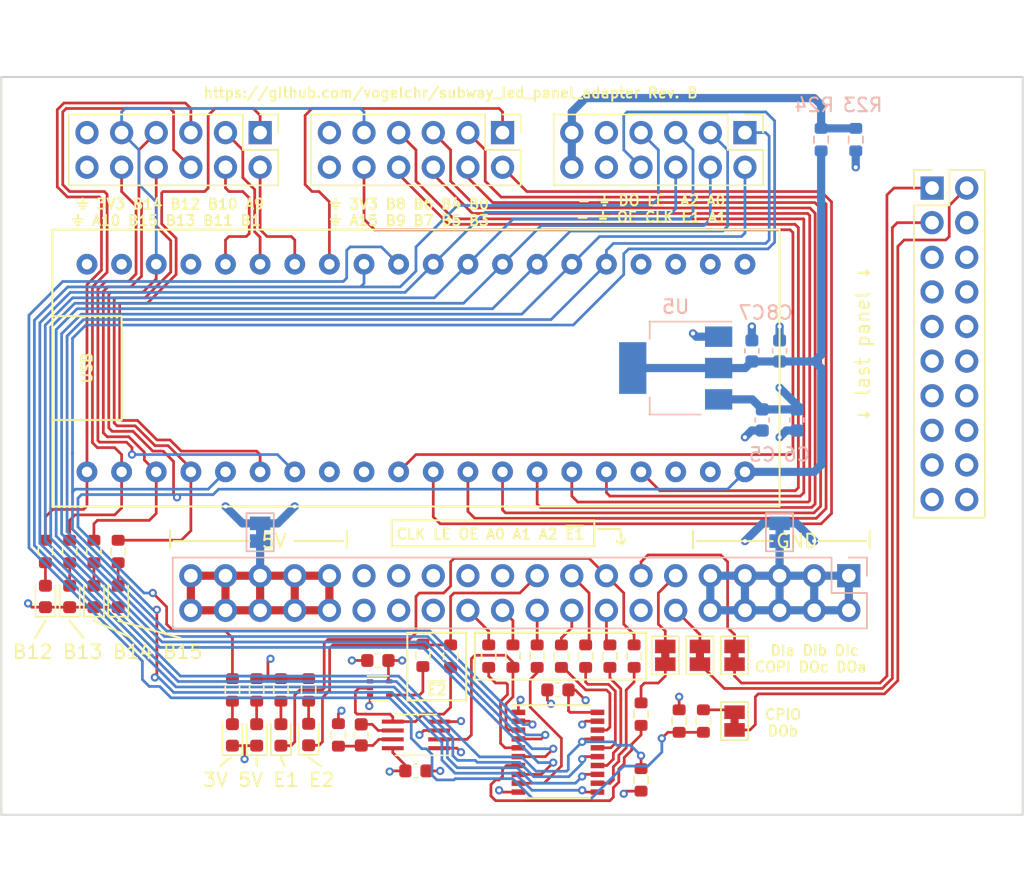
<source format=kicad_pcb>
(kicad_pcb (version 20220609) (generator pcbnew)
  (layers (0 "F.Cu" signal) (1 "In1.Cu" signal) (2 "In2.Cu" signal) (31 "B.Cu" signal) (34 "B.Paste" user) (35 "F.Paste" user) (36 "B.SilkS" user "B.Silkscreen") (37 "F.SilkS" user "F.Silkscreen") (38 "B.Mask" user) (39 "F.Mask" user) (44 "Edge.Cuts" user))
  (net 0 "")
  (net 1 "GND")
  (net 2 "+5V")
  (net 3 "/DOa")
  (net 4 "/DOc")
  (net 5 "/DOb")
  (net 6 "/DIa")
  (net 7 "/DIb")
  (net 8 "/DIc")
  (net 9 "/ROW_~{E1}")
  (net 10 "/ROW_A2")
  (net 11 "/ROW_A1")
  (net 12 "/ROW_A0")
  (net 13 "/~{OE}{slash}SW{slash}~{ED}_inv")
  (net 14 "/LE{slash}MOD{slash}CA")
  (net 15 "/CLK")
  (net 16 "/ROW_A0_LV")
  (net 17 "/ROW_A1_LV")
  (net 18 "/ROW_A2_LV")
  (net 19 "Net-(U3A-Cext)")
  (net 20 "/~{OE}{slash}SW{slash}~{ED}_inv_LV")
  (net 21 "/CLK_LV")
  (net 22 "/LE{slash}MOD{slash}CA_LV")
  (net 23 "/COPI_5V")
  (net 24 "/COPI_LV")
  (net 25 "/CIPO_LV")
  (net 26 "/CIPO_5V")
  (net 27 "Net-(U3A-RCext)")
  (net 28 "/ROW_~{E1}_LV")
  (net 29 "/LEx")
  (net 30 "Net-(D1-A)")
  (net 31 "Net-(D2-A)")
  (net 32 "Net-(D3-A)")
  (net 33 "Net-(D4-A)")
  (net 34 "+3V3")
  (net 35 "/PB0")
  (net 36 "/PB1")
  (net 37 "/PB3")
  (net 38 "/PB4")
  (net 39 "/PB5")
  (net 40 "/PB6")
  (net 41 "/PB7")
  (net 42 "/PB8")
  (net 43 "/PB9")
  (net 44 "/PB10")
  (net 45 "/PB11")
  (net 46 "/PB12")
  (net 47 "/PB13")
  (net 48 "/PB14")
  (net 49 "/PB15")
  (net 50 "/PA9")
  (net 51 "/PA10")
  (net 52 "/PA15")
  (net 53 "Net-(D5-A)")
  (net 54 "Net-(D6-A)")
  (net 55 "Net-(D7-A)")
  (net 56 "Net-(D8-A)")
  (net 64 "/ROW_~{E2}")
  (net 65 "Net-(R22-Pad2)")
  (net 74 "Net-(J4-Pin_1)")
  (net 78 "/DOx_A0")
  (net 79 "/DOx_A1")
  (net 80 "/DOx")
  (net 82 "Net-(J4-Pin_31)")
  (net 83 "Net-(U3A-Q)")
  (net 84 "Net-(U1-1Y0)")
  (net 85 "Net-(U1-1Y1)")
  (net 86 "Net-(U1-1Y2)")
  (net 87 "Net-(U1-1Y3)")
  (net 88 "Net-(U1-2Y1)")
  (net 89 "Net-(U1-2Y2)")
  (net 90 "Net-(U1-2Y3)")
  (net 100 "Net-(J5-Pin_11)")
  (footprint "chinabluepill:ChinaBluePill" (layer "F.Cu") (at 170.18 93.98 90)
    (fp_text reference "U2" hide)
    (fp_text value "ChinaBluePill" hide)
  )
  (footprint "Capacitor_SMD:C_0603_1608Metric" (layer "F.Cu") (at 146.05 115.9256 180)
    (fp_text reference "C3" hide)
    (fp_text value "100n" hide)
  )
  (footprint "Jumper:SolderJumper-2_P1.3mm_Bridged_Pad1.0x1.5mm" (layer "F.Cu") (at 169.418 112.268 90)
    (fp_text reference "JP4" hide)
    (fp_text value "SolderJumper_2_Bridged" hide)
  )
  (footprint "LED_SMD:LED_0603_1608Metric" (layer "F.Cu") (at 120.65 103.124 90)
    (fp_text reference "D7" hide)
    (fp_text value "LED" hide)
  )
  (footprint "Resistor_SMD:R_0603_1608Metric" (layer "F.Cu") (at 162.052 107.505 -90)
    (fp_text reference "R13" hide)
    (fp_text value "68R" hide)
  )
  (footprint "Resistor_SMD:R_0603_1608Metric" (layer "F.Cu") (at 167.132 112.268 -90)
    (fp_text reference "R1" hide)
    (fp_text value "680R" hide)
  )
  (footprint "Resistor_SMD:R_0603_1608Metric" (layer "F.Cu") (at 151.384 107.505 -90)
    (fp_text reference "R15" hide)
    (fp_text value "68R" hide)
  )
  (footprint "Resistor_SMD:R_0603_1608Metric" (layer "F.Cu") (at 124.206 99.822 90)
    (fp_text reference "R18" hide)
    (fp_text value "1k" hide)
  )
  (footprint "Resistor_SMD:R_0603_1608Metric" (layer "F.Cu") (at 136.144 109.982 90)
    (fp_text reference "R7" hide)
    (fp_text value "1k" hide)
  )
  (footprint "Resistor_SMD:R_0603_1608Metric" (layer "F.Cu") (at 146.558 107.442 -90)
    (fp_text reference "R22" hide)
    (fp_text value "68R" hide)
  )
  (footprint "Resistor_SMD:R_0603_1608Metric" (layer "F.Cu") (at 120.65 99.822 90)
    (fp_text reference "R20" hide)
    (fp_text value "1k" hide)
  )
  (footprint "Connector_PinHeader_2.54mm:PinHeader_2x06_P2.54mm_Vertical" (layer "F.Cu") (at 152.4 69.083 -90)
    (fp_text reference "J1" hide)
    (fp_text value "Conn_02x06_Odd_Even" hide)
  )
  (footprint "MountingHole:MountingHole_4.3mm_M4" (layer "F.Cu") (at 185.95 113.94)
    (fp_text reference "H4" hide)
    (fp_text value "MountingHole" hide)
  )
  (footprint "LED_SMD:LED_0603_1608Metric" (layer "F.Cu") (at 134.366 113.284 90)
    (fp_text reference "D1" hide)
    (fp_text value "LED" hide)
  )
  (footprint "MountingHole:MountingHole_4.3mm_M4" (layer "F.Cu") (at 120.24 113.94)
    (fp_text reference "H3" hide)
    (fp_text value "MountingHole" hide)
  )
  (footprint "Jumper:SolderJumper-2_P1.3mm_Bridged_Pad1.0x1.5mm" (layer "F.Cu") (at 164.338 107.442 90)
    (fp_text reference "JP1" hide)
    (fp_text value "SolderJumper_2_Bridged" hide)
  )
  (footprint "Resistor_SMD:R_0603_1608Metric" (layer "F.Cu") (at 156.718 107.505 -90)
    (fp_text reference "R10" hide)
    (fp_text value "68R" hide)
  )
  (footprint "Package_SO:SSOP-8_2.95x2.8mm_P0.65mm" (layer "F.Cu") (at 146.05 113.284 180)
    (fp_text reference "U3" hide)
    (fp_text value "74LVC1G123" hide)
  )
  (footprint "LED_SMD:LED_0603_1608Metric" (layer "F.Cu") (at 122.428 103.124 90)
    (fp_text reference "D6" hide)
    (fp_text value "LED" hide)
  )
  (footprint "Resistor_SMD:R_0603_1608Metric" (layer "F.Cu") (at 140.3604 113.284 90)
    (fp_text reference "R3" hide)
    (fp_text value "100k" hide)
  )
  (footprint "Resistor_SMD:R_0603_1608Metric" (layer "F.Cu") (at 154.94 107.505 -90)
    (fp_text reference "R17" hide)
    (fp_text value "68R" hide)
  )
  (footprint "LED_SMD:LED_0603_1608Metric" (layer "F.Cu") (at 136.144 113.284 90)
    (fp_text reference "D3" hide)
    (fp_text value "LED" hide)
  )
  (footprint "Capacitor_SMD:C_0603_1608Metric" (layer "F.Cu") (at 142.0368 113.284 -90)
    (fp_text reference "C2" hide)
    (fp_text value "100n" hide)
  )
  (footprint "Resistor_SMD:R_0603_1608Metric" (layer "F.Cu") (at 148.59 107.505 -90)
    (fp_text reference "R4" hide)
    (fp_text value "68R" hide)
  )
  (footprint "Resistor_SMD:R_0603_1608Metric" (layer "F.Cu") (at 118.872 99.822 90)
    (fp_text reference "R21" hide)
    (fp_text value "1k" hide)
  )
  (footprint "Jumper:SolderJumper-2_P1.3mm_Bridged_Pad1.0x1.5mm" (layer "F.Cu") (at 169.418 107.442 90)
    (fp_text reference "JP2" hide)
    (fp_text value "SolderJumper_2_Bridged" hide)
  )
  (footprint "Jumper:SolderJumper-2_P1.3mm_Bridged_Pad1.0x1.5mm" (layer "F.Cu") (at 166.878 107.442 90)
    (fp_text reference "JP3" hide)
    (fp_text value "SolderJumper_2_Bridged" hide)
  )
  (footprint "LED_SMD:LED_0603_1608Metric" (layer "F.Cu") (at 124.206 103.124 90)
    (fp_text reference "D5" hide)
    (fp_text value "LED" hide)
  )
  (footprint "LED_SMD:LED_0603_1608Metric" (layer "F.Cu") (at 118.872 103.124 90)
    (fp_text reference "D8" hide)
    (fp_text value "LED" hide)
  )
  (footprint "Resistor_SMD:R_0603_1608Metric" (layer "F.Cu") (at 138.176 109.982 90)
    (fp_text reference "R8" hide)
    (fp_text value "1k" hide)
  )
  (footprint "Capacitor_SMD:C_0603_1608Metric" (layer "F.Cu") (at 156.464 109.982)
    (fp_text reference "C1" hide)
    (fp_text value "100n" hide)
  )
  (footprint "Package_TO_SOT_SMD:SOT-553" (layer "F.Cu") (at 143.383 109.855)
    (fp_text reference "U4" hide)
    (fp_text value "74LVC1GU04DRL" hide)
  )
  (footprint "Resistor_SMD:R_0603_1608Metric" (layer "F.Cu") (at 134.366 109.982 90)
    (fp_text reference "R5" hide)
    (fp_text value "1k" hide)
  )
  (footprint "Package_SO:SSOP-20_4.4x6.5mm_P0.65mm" (layer "F.Cu") (at 156.464 114.554)
    (fp_text reference "U1" hide)
    (fp_text value "74AHCT244" hide)
  )
  (footprint "Resistor_SMD:R_0603_1608Metric" (layer "F.Cu") (at 158.496 107.505 -90)
    (fp_text reference "R11" hide)
    (fp_text value "68R" hide)
  )
  (footprint "LED_SMD:LED_0603_1608Metric" (layer "F.Cu") (at 132.588 113.284 90)
    (fp_text reference "D2" hide)
    (fp_text value "LED" hide)
  )
  (footprint "Capacitor_SMD:C_0603_1608Metric" (layer "F.Cu") (at 143.256 107.823)
    (fp_text reference "C4" hide)
    (fp_text value "100n" hide)
  )
  (footprint "Connector_PinHeader_2.54mm:PinHeader_2x10_P2.54mm_Vertical" (layer "F.Cu") (at 183.9055 73.152)
    (fp_text reference "J2" hide)
    (fp_text value "Conn_02x10_Odd_Even" hide)
  )
  (footprint "Resistor_SMD:R_0603_1608Metric" (layer "F.Cu") (at 122.428 99.822 90)
    (fp_text reference "R19" hide)
    (fp_text value "1k" hide)
  )
  (footprint "Connector_PinHeader_2.54mm:PinHeader_2x06_P2.54mm_Vertical" (layer "F.Cu") (at 134.62 69.083 -90)
    (fp_text reference "J3" hide)
    (fp_text value "Conn_02x06_Odd_Even" hide)
  )
  (footprint "Resistor_SMD:R_0603_1608Metric" (layer "F.Cu") (at 132.588 109.982 90)
    (fp_text reference "R6" hide)
    (fp_text value "1k" hide)
  )
  (footprint "Resistor_SMD:R_0603_1608Metric" (layer "F.Cu") (at 162.56 111.76 -90)
    (fp_text reference "R16" hide)
    (fp_text value "68R" hide)
  )
  (footprint "LED_SMD:LED_0603_1608Metric" (layer "F.Cu") (at 138.176 113.2585 90)
    (fp_text reference "D4" hide)
    (fp_text value "LED" hide)
  )
  (footprint "Resistor_SMD:R_0603_1608Metric" (layer "F.Cu") (at 160.274 107.505 -90)
    (fp_text reference "R12" hide)
    (fp_text value "68R" hide)
  )
  (footprint "Resistor_SMD:R_0603_1608Metric" (layer "F.Cu") (at 162.56 116.586 90)
    (fp_text reference "R9" hide)
    (fp_text value "1k" hide)
  )
  (footprint "Resistor_SMD:R_0603_1608Metric" (layer "F.Cu") (at 153.162 107.505 -90)
    (fp_text reference "R14" hide)
    (fp_text value "68R" hide)
  )
  (footprint "Connector_PinHeader_2.54mm:PinHeader_2x06_P2.54mm_Vertical" (layer "F.Cu") (at 170.18 69.083 -90)
    (fp_text reference "J5" hide)
    (fp_text value "Conn_02x06_Odd_Even" hide)
  )
  (footprint "Resistor_SMD:R_0603_1608Metric" (layer "F.Cu") (at 165.354 112.268 -90)
    (fp_text reference "R2" hide)
    (fp_text value "1k" hide)
  )
  (footprint "Resistor_SMD:R_0603_1608Metric" (layer "B.Cu") (at 178.308 69.596 -90)
    (fp_text reference "R23")
    (fp_text value "DNP")
  )
  (footprint "Capacitor_SMD:C_0603_1608Metric" (layer "B.Cu") (at 170.688 85.103 -90)
    (fp_text reference "C7")
    (fp_text value "100n")
  )
  (footprint "Capacitor_SMD:C_0603_1608Metric" (layer "B.Cu") (at 172.72 85.103 -90)
    (fp_text reference "C8")
    (fp_text value "10u")
  )
  (footprint "Capacitor_SMD:C_0603_1608Metric" (layer "B.Cu") (at 173.99 90.17 90)
    (fp_text reference "C6")
    (fp_text value "10u")
  )
  (footprint "Jumper:SolderJumper-2_P1.3mm_Bridged_Pad1.0x1.5mm" (layer "B.Cu") (at 172.72 98.41 90)
    (fp_text reference "JP5" hide)
    (fp_text value "SolderJumper_2_Bridged" hide)
  )
  (footprint "Resistor_SMD:R_0603_1608Metric" (layer "B.Cu") (at 175.768 69.596 -90)
    (fp_text reference "R24")
    (fp_text value "0R")
  )
  (footprint "Connector_PinSocket_2.54mm:PinSocket_2x20_P2.54mm_Vertical" (layer "B.Cu") (at 177.8 101.6 90)
    (fp_text reference "J4" hide)
    (fp_text value "Conn_02x20_Odd_Even" hide)
  )
  (footprint "Package_TO_SOT_SMD:SOT-223-3_TabPin2" (layer "B.Cu") (at 165.1 86.36 180)
    (fp_text reference "U5")
    (fp_text value "AMS1117-3.3")
  )
  (footprint "Jumper:SolderJumper-2_P1.3mm_Bridged_Pad1.0x1.5mm" (layer "B.Cu") (at 134.62 98.41 90)
    (fp_text reference "JP6" hide)
    (fp_text value "SolderJumper_2_Bridged" hide)
  )
  (footprint "Capacitor_SMD:C_0603_1608Metric" (layer "B.Cu") (at 171.45 90.17 90)
    (fp_text reference "C5")
    (fp_text value "100n")
  )
  (gr_line (start 118.872 104.902) (end 118.11 106.172) (stroke (width 0.15)) (layer "F.SilkS"))
  (gr_line (start 145.415 110.744) (end 149.733 110.744) (stroke (width 0.15)) (layer "F.SilkS"))
  (gr_line (start 159.131 97.536) (end 159.131 99.441) (stroke (width 0.15)) (layer "F.SilkS"))
  (gr_line (start 140.97 99.568) (end 140.97 98.298) (stroke (width 0.15)) (layer "F.SilkS"))
  (gr_line (start 133.858 99.06) (end 128.27 99.06) (stroke (width 0.15)) (layer "F.SilkS"))
  (gr_line (start 149.733 105.791) (end 145.415 105.791) (stroke (width 0.15)) (layer "F.SilkS"))
  (gr_line (start 128.016 99.568) (end 128.016 98.298) (stroke (width 0.15)) (layer "F.SilkS"))
  (gr_line (start 138.176 114.935) (end 139.065 115.57) (stroke (width 0.15)) (layer "F.SilkS"))
  (gr_line (start 124.206 104.902) (end 128.778 106.172) (stroke (width 0.15)) (layer "F.SilkS"))
  (gr_line (start 122.428 104.902) (end 125.222 106.172) (stroke (width 0.15)) (layer "F.SilkS"))
  (gr_line (start 175.514 99.06) (end 179.07 99.06) (stroke (width 0.15)) (layer "F.SilkS"))
  (gr_line (start 150.368 109.22) (end 150.368 105.791) (stroke (width 0.15)) (layer "F.SilkS"))
  (gr_line (start 144.272 99.441) (end 144.272 97.536) (stroke (width 0.15)) (layer "F.SilkS"))
  (gr_line (start 161.163 99.314) (end 161.417 98.933) (stroke (width 0.15)) (layer "F.SilkS"))
  (gr_line (start 145.415 105.791) (end 145.415 110.744) (stroke (width 0.15)) (layer "F.SilkS"))
  (gr_line (start 162.941 105.791) (end 162.941 109.22) (stroke (width 0.15)) (layer "F.SilkS"))
  (gr_line (start 136.144 114.935) (end 136.398 115.57) (stroke (width 0.15)) (layer "F.SilkS"))
  (gr_line (start 159.385 98.171) (end 161.036 98.171) (stroke (width 0.15)) (layer "F.SilkS"))
  (gr_line (start 134.366 114.935) (end 134.366 115.57) (stroke (width 0.15)) (layer "F.SilkS"))
  (gr_line (start 159.131 99.441) (end 144.272 99.441) (stroke (width 0.15)) (layer "F.SilkS"))
  (gr_line (start 161.036 98.171) (end 161.163 99.314) (stroke (width 0.15)) (layer "F.SilkS"))
  (gr_line (start 172.212 99.06) (end 166.624 99.06) (stroke (width 0.15)) (layer "F.SilkS"))
  (gr_line (start 179.324 99.568) (end 179.324 98.298) (stroke (width 0.15)) (layer "F.SilkS"))
  (gr_line (start 166.37 99.568) (end 166.37 98.298) (stroke (width 0.15)) (layer "F.SilkS"))
  (gr_line (start 162.941 109.22) (end 150.368 109.22) (stroke (width 0.15)) (layer "F.SilkS"))
  (gr_line (start 150.368 105.791) (end 162.941 105.791) (stroke (width 0.15)) (layer "F.SilkS"))
  (gr_line (start 137.16 99.06) (end 140.716 99.06) (stroke (width 0.15)) (layer "F.SilkS"))
  (gr_line (start 132.461 114.935) (end 131.699 115.57) (stroke (width 0.15)) (layer "F.SilkS"))
  (gr_line (start 161.163 99.314) (end 160.782 99.06) (stroke (width 0.15)) (layer "F.SilkS"))
  (gr_line (start 149.733 110.744) (end 149.733 105.791) (stroke (width 0.15)) (layer "F.SilkS"))
  (gr_line (start 144.272 97.536) (end 159.131 97.536) (stroke (width 0.15)) (layer "F.SilkS"))
  (gr_line (start 120.65 104.902) (end 121.666 106.172) (stroke (width 0.15)) (layer "F.SilkS"))
  (gr_line (start 190.55 119.14) (end 115.64 119.14) (stroke (width 0.15)) (layer "Edge.Cuts"))
  (gr_line (start 115.64 119.14) (end 115.64 65) (stroke (width 0.15)) (layer "Edge.Cuts"))
  (gr_line (start 190.55 65) (end 190.55 119.14) (stroke (width 0.15)) (layer "Edge.Cuts"))
  (gr_line (start 115.64 65) (end 190.55 65) (stroke (width 0.15)) (layer "Edge.Cuts"))
  (gr_text "~{E2}" (at 147.574 109.982) (layer "F.SilkS") (effects (font (size 0.75 0.75))))
  (gr_text "⏚ 3V3 B14 B12 B10 A9\n⏚ A10 B15 B13 B11 B1 " (at 128.016 74.93) (layer "F.SilkS") (effects (font (size 0.75 0.75))))
  (gr_text " DIa DIb DIc\nCOPI DOc DOa" (at 175.006 107.696) (layer "F.SilkS") (effects (font (size 0.75 0.75))))
  (gr_text "GND" (at 173.99 99.06) (layer "F.SilkS") (effects (font (size 1 1))))
  (gr_text "CLK LE OE A0 A1 A2 ~{E1}" (at 151.511 98.552) (layer "F.SilkS") (effects (font (size 0.75 0.75))))
  (gr_text "CPIO\nDOb" (at 172.974 112.395) (layer "F.SilkS") (effects (font (size 0.75 0.75))))
  (gr_text "3V 5V E1 E2" (at 135.255 116.586) (layer "F.SilkS") (effects (font (size 1 1))))
  (gr_text "- ⏚ DO LE  A2 A0\n- ⏚ OE CLK E1 A1" (at 163.322 74.676) (layer "F.SilkS") (effects (font (size 0.75 0.75))))
  (gr_text "⏚ 3V3 B8 B6 B4 B0\n⏚ A15 B9 B7 B5 B3" (at 145.542 74.93) (layer "F.SilkS") (effects (font (size 0.75 0.75))))
  (gr_text "5V" (at 135.636 99.06) (layer "F.SilkS") (effects (font (size 1 1))))
  (gr_text "↓ last panel ↓" (at 178.816 84.582 90) (layer "F.SilkS") (effects (font (size 1 1))))
  (gr_text "https://github.com/vogelchr/subway_led_panel_adapter Rev. B" (at 148.59 66.167) (layer "F.SilkS") (effects (font (size 0.75 0.75))))
  (gr_text "B12 B13 B14 B15" (at 123.444 107.188) (layer "F.SilkS") (effects (font (size 1 1))))
  (segment (start 122.428 103.9115) (end 120.65 103.9115) (width 0.2) (layer "F.Cu") (net 1))
  (segment (start 161.481 117.411) (end 161.29 117.602) (width 0.2) (layer "F.Cu") (net 1))
  (segment (start 142.683 111.10158) (end 142.683 110.355) (width 0.2) (layer "F.Cu") (net 1))
  (segment (start 118.872 103.9115) (end 117.8815 103.9115) (width 0.2) (layer "F.Cu") (net 1))
  (segment (start 124.206 103.9115) (end 122.428 103.9115) (width 0.2) (layer "F.Cu") (net 1))
  (segment (start 155.689 109.982) (end 155.689 110.731) (width 0.2) (layer "F.Cu") (net 1))
  (segment (start 120.65 103.9115) (end 118.872 103.9115) (width 0.2) (layer "F.Cu") (net 1))
  (segment (start 162.56 117.411) (end 161.481 117.411) (width 0.2) (layer "F.Cu") (net 1))
  (segment (start 149.057 114.259) (end 147.75 114.259) (width 0.2) (layer "F.Cu") (net 1))
  (segment (start 142.481 107.823) (end 141.351 107.823) (width 0.2) (layer "F.Cu") (net 1))
  (segment (start 152.146 117.348) (end 152.277 117.479) (width 0.2) (layer "F.Cu") (net 1))
  (segment (start 158.485 112.279) (end 158.242 112.522) (width 0.2) (layer "F.Cu") (net 1))
  (segment (start 117.8815 103.9115) (end 117.602 103.632) (width 0.2) (layer "F.Cu") (net 1))
  (segment (start 142.621 111.16358) (end 142.683 111.10158) (width 0.2) (layer "F.Cu") (net 1))
  (segment (start 155.689 110.731) (end 155.956 110.998) (width 0.2) (layer "F.Cu") (net 1))
  (segment (start 146.825 115.9256) (end 147.828 115.9256) (width 0.2) (layer "F.Cu") (net 1))
  (segment (start 152.277 117.479) (end 153.564 117.479) (width 0.2) (layer "F.Cu") (net 1))
  (segment (start 132.588 114.0715) (end 133.5025 114.0715) (width 0.2) (layer "F.Cu") (net 1))
  (segment (start 133.5025 114.0715) (end 134.366 114.0715) (width 0.2) (layer "F.Cu") (net 1))
  (segment (start 149.352 114.554) (end 149.057 114.259) (width 0.2) (layer "F.Cu") (net 1))
  (segment (start 147.75 112.309) (end 149.311 112.309) (width 0.2) (layer "F.Cu") (net 1))
  (segment (start 165.354 111.443) (end 165.354 110.49) (width 0.2) (layer "F.Cu") (net 1))
  (segment (start 159.364 112.279) (end 158.485 112.279) (width 0.2) (layer "F.Cu") (net 1))
  (segment (start 133.5025 114.0715) (end 133.5025 115.0365) (width 0.2) (layer "F.Cu") (net 1))
  (segment (start 133.5025 115.0365) (end 133.477 115.062) (width 0.2) (layer "F.Cu") (net 1))
  (segment (start 149.311 112.309) (end 149.352 112.268) (width 0.2) (layer "F.Cu") (net 1))
  (segment (start 153.564 110.865903) (end 153.564 111.629) (width 0.2) (layer "F.Cu") (net 1))
  (segment (start 153.719525 110.710378) (end 153.564 110.865903) (width 0.2) (layer "F.Cu") (net 1))
  (via (at 170.18 91.44) (size 0.6) (drill 0.3) (layers "F.Cu" "B.Cu") (net 1))
  (via (at 142.621 111.16358) (size 0.6) (drill 0.3) (layers "F.Cu" "B.Cu") (net 1))
  (via (at 161.29 117.602) (size 0.6) (drill 0.3) (layers "F.Cu" "B.Cu") (net 1))
  (via (at 141.351 107.823) (size 0.6) (drill 0.3) (layers "F.Cu" "B.Cu") (net 1))
  (via (at 165.354 110.49) (size 0.6) (drill 0.3) (layers "F.Cu" "B.Cu") (net 1))
  (via (at 172.72 91.44) (size 0.6) (drill 0.3) (layers "F.Cu" "B.Cu") (net 1))
  (via (at 117.602 103.632) (size 0.6) (drill 0.3) (layers "F.Cu" "B.Cu") (net 1))
  (via (at 152.146 117.348) (size 0.6) (drill 0.3) (layers "F.Cu" "B.Cu") (net 1))
  (via (at 170.18 99.06) (size 0.6) (drill 0.3) (layers "F.Cu" "B.Cu") (net 1))
  (via (at 175.26 99.06) (size 0.6) (drill 0.3) (layers "F.Cu" "B.Cu") (net 1))
  (via (at 149.352 114.554) (size 0.6) (drill 0.3) (layers "F.Cu" "B.Cu") (net 1))
  (via (at 170.688 83.312) (size 0.6) (drill 0.3) (layers "F.Cu" "B.Cu") (net 1))
  (via (at 172.72 83.312) (size 0.6) (drill 0.3) (layers "F.Cu" "B.Cu") (net 1))
  (via (at 155.956 110.998) (size 0.6) (drill 0.3) (layers "F.Cu" "B.Cu") (net 1))
  (via (at 147.828 115.9256) (size 0.6) (drill 0.3) (layers "F.Cu" "B.Cu") (net 1))
  (via (at 158.242 112.522) (size 0.6) (drill 0.3) (layers "F.Cu" "B.Cu") (net 1))
  (via (at 149.352 112.268) (size 0.6) (drill 0.3) (layers "F.Cu" "B.Cu") (net 1))
  (via (at 166.37 83.82) (size 0.6) (drill 0.3) (layers "F.Cu" "B.Cu") (net 1))
  (via (at 133.477 115.062) (size 0.6) (drill 0.3) (layers "F.Cu" "B.Cu") (net 1))
  (via (at 153.719525 110.710378) (size 0.6) (drill 0.3) (layers "F.Cu" "B.Cu") (net 1))
  (segment (start 168.25 84.06) (end 166.61 84.06) (width 0.6) (layer "B.Cu") (net 1))
  (segment (start 170.675 90.945) (end 170.18 91.44) (width 0.6) (layer "B.Cu") (net 1))
  (segment (start 173.99 90.945) (end 173.215 90.945) (width 0.6) (layer "B.Cu") (net 1))
  (segment (start 172.72 84.328) (end 172.72 83.312) (width 0.6) (layer "B.Cu") (net 1))
  (segment (start 172.72 97.76) (end 173.96 97.76) (width 0.6) (layer "B.Cu") (net 1))
  (segment (start 171.48 97.76) (end 170.18 99.06) (width 0.6) (layer "B.Cu") (net 1))
  (segment (start 173.96 97.76) (end 175.26 99.06) (width 0.6) (layer "B.Cu") (net 1))
  (segment (start 172.72 97.76) (end 171.48 97.76) (width 0.6) (layer "B.Cu") (net 1))
  (segment (start 171.45 90.945) (end 170.675 90.945) (width 0.6) (layer "B.Cu") (net 1))
  (segment (start 173.215 90.945) (end 172.72 91.44) (width 0.6) (layer "B.Cu") (net 1))
  (segment (start 166.61 84.06) (end 166.37 83.82) (width 0.6) (layer "B.Cu") (net 1))
  (segment (start 170.688 84.328) (end 170.688 83.312) (width 0.6) (layer "B.Cu") (net 1))
  (segment (start 159.364 111.629) (end 157.349 111.629) (width 0.2) (layer "F.Cu") (net 2))
  (segment (start 144.031 109.303) (end 144.083 109.355) (width 0.2) (layer "F.Cu") (net 2))
  (segment (start 157.239 111.493) (end 157.239 109.982) (width 0.2) (layer "F.Cu") (net 2))
  (segment (start 144.1704 115.9256) (end 144.1196 115.9764) (width 0.2) (layer "F.Cu") (net 2))
  (segment (start 145.275 115.5062) (end 145.275 115.9256) (width 0.2) (layer "F.Cu") (net 2))
  (segment (start 135.191 107.887) (end 135.191 109.157) (width 0.2) (layer "F.Cu") (net 2))
  (segment (start 157.226 111.506) (end 157.239 111.493) (width 0.2) (layer "F.Cu") (net 2))
  (segment (start 157.349 111.629) (end 157.226 111.506) (width 0.2) (layer "F.Cu") (net 2))
  (segment (start 144.031 107.823) (end 145.034 107.823) (width 0.2) (layer "F.Cu") (net 2))
  (segment (start 144.031 107.823) (end 144.031 109.303) (width 0.2) (layer "F.Cu") (net 2))
  (segment (start 144.35 114.5812) (end 145.275 115.5062) (width 0.2) (layer "F.Cu") (net 2))
  (segment (start 136.144 109.157) (end 135.191 109.157) (width 0.2) (layer "F.Cu") (net 2))
  (segment (start 157.734 109.982) (end 158.496 110.744) (width 0.2) (layer "F.Cu") (net 2))
  (segment (start 145.275 115.9256) (end 144.1704 115.9256) (width 0.2) (layer "F.Cu") (net 2))
  (segment (start 140.3604 111.7346) (end 140.589 111.506) (width 0.2) (layer "F.Cu") (net 2))
  (segment (start 146.304 113.284) (end 146.629 112.959) (width 0.2) (layer "F.Cu") (net 2))
  (segment (start 157.239 109.982) (end 157.734 109.982) (width 0.2) (layer "F.Cu") (net 2))
  (segment (start 136.144 109.157) (end 138.176 109.157) (width 0.2) (layer "F.Cu") (net 2))
  (segment (start 135.191 109.157) (end 134.366 109.157) (width 0.2) (layer "F.Cu") (net 2))
  (segment (start 144.35 114.259) (end 144.35 114.5812) (width 0.2) (layer "F.Cu") (net 2))
  (segment (start 140.3604 112.459) (end 140.3604 111.7346) (width 0.2) (layer "F.Cu") (net 2))
  (segment (start 135.382 107.696) (end 135.191 107.887) (width 0.2) (layer "F.Cu") (net 2))
  (segment (start 146.629 112.959) (end 147.75 112.959) (width 0.2) (layer "F.Cu") (net 2))
  (via (at 158.496 110.744) (size 0.6) (drill 0.3) (layers "F.Cu" "B.Cu") (net 2))
  (via (at 137.16 96.52) (size 0.6) (drill 0.3) (layers "F.Cu" "B.Cu") (net 2))
  (via (at 132.08 96.52) (size 0.6) (drill 0.3) (layers "F.Cu" "B.Cu") (net 2))
  (via (at 172.72 87.81054) (size 0.6) (drill 0.3) (layers "F.Cu" "B.Cu") (net 2))
  (via (at 135.382 107.696) (size 0.6) (drill 0.3) (layers "F.Cu" "B.Cu") (net 2))
  (via (at 178.308 71.628) (size 0.6) (drill 0.3) (layers "F.Cu" "B.Cu") (net 2))
  (via (at 146.304 113.284) (size 0.6) (drill 0.3) (layers "F.Cu" "B.Cu") (net 2))
  (via (at 140.589 111.506) (size 0.6) (drill 0.3) (layers "F.Cu" "B.Cu") (net 2))
  (via (at 144.1196 115.9764) (size 0.6) (drill 0.3) (layers "F.Cu" "B.Cu") (net 2))
  (via (at 145.034 107.823) (size 0.6) (drill 0.3) (layers "F.Cu" "B.Cu") (net 2))
  (segment (start 178.308 70.421) (end 178.308 71.628) (width 0.6) (layer "B.Cu") (net 2))
  (segment (start 134.62 97.76) (end 133.32 97.76) (width 0.6) (layer "B.Cu") (net 2))
  (segment (start 134.62 97.76) (end 135.92 97.76) (width 0.6) (layer "B.Cu") (net 2))
  (segment (start 168.25 88.66) (end 170.715 88.66) (width 0.6) (layer "B.Cu") (net 2))
  (segment (start 135.92 97.76) (end 137.16 96.52) (width 0.6) (layer "B.Cu") (net 2))
  (segment (start 171.45 89.395) (end 173.99 89.395) (width 0.6) (layer "B.Cu") (net 2))
  (segment (start 133.32 97.76) (end 132.08 96.52) (width 0.6) (layer "B.Cu") (net 2))
  (segment (start 173.99 89.08054) (end 172.72 87.81054) (width 0.6) (layer "B.Cu") (net 2))
  (segment (start 170.715 88.66) (end 171.45 89.395) (width 0.6) (layer "B.Cu") (net 2))
  (segment (start 173.99 89.395) (end 173.99 89.08054) (width 0.6) (layer "B.Cu") (net 2))
  (segment (start 169.418 108.092) (end 169.418 108.966) (width 0.2) (layer "F.Cu") (net 3))
  (segment (start 180.086 109.474) (end 180.594 108.966) (width 0.2) (layer "F.Cu") (net 3))
  (segment (start 169.418 108.966) (end 169.926 109.474) (width 0.2) (layer "F.Cu") (net 3))
  (segment (start 180.594 108.966) (end 180.594 73.66) (width 0.2) (layer "F.Cu") (net 3))
  (segment (start 181.102 73.152) (end 183.9055 73.152) (width 0.2) (layer "F.Cu") (net 3))
  (segment (start 169.926 109.474) (end 180.086 109.474) (width 0.2) (layer "F.Cu") (net 3))
  (segment (start 180.594 73.66) (end 181.102 73.152) (width 0.2) (layer "F.Cu") (net 3))
  (segment (start 181.356 75.692) (end 183.9055 75.692) (width 0.2) (layer "F.Cu") (net 4))
  (segment (start 168.659519 109.873519) (end 180.251487 109.873519) (width 0.2) (layer "F.Cu") (net 4))
  (segment (start 180.99352 109.131486) (end 180.99352 76.05448) (width 0.2) (layer "F.Cu") (net 4))
  (segment (start 166.878 108.092) (end 168.659519 109.873519) (width 0.2) (layer "F.Cu") (net 4))
  (segment (start 180.99352 76.05448) (end 181.356 75.692) (width 0.2) (layer "F.Cu") (net 4))
  (segment (start 180.251487 109.873519) (end 180.99352 109.131486) (width 0.2) (layer "F.Cu") (net 4))
  (segment (start 181.39304 77.43296) (end 181.864 76.962) (width 0.2) (layer "F.Cu") (net 5))
  (segment (start 185.166 74.4315) (end 186.4455 73.152) (width 0.2) (layer "F.Cu") (net 5))
  (segment (start 170.546 112.918) (end 170.942 112.522) (width 0.2) (layer "F.Cu") (net 5))
  (segment (start 185.166 76.708) (end 185.166 74.4315) (width 0.2) (layer "F.Cu") (net 5))
  (segment (start 170.942 112.522) (end 170.942 110.49) (width 0.2) (layer "F.Cu") (net 5))
  (segment (start 181.39304 109.296972) (end 181.39304 77.43296) (width 0.2) (layer "F.Cu") (net 5))
  (segment (start 181.864 76.962) (end 184.912 76.962) (width 0.2) (layer "F.Cu") (net 5))
  (segment (start 184.912 76.962) (end 185.166 76.708) (width 0.2) (layer "F.Cu") (net 5))
  (segment (start 169.418 112.918) (end 170.546 112.918) (width 0.2) (layer "F.Cu") (net 5))
  (segment (start 170.942 110.49) (end 171.158961 110.273039) (width 0.2) (layer "F.Cu") (net 5))
  (segment (start 180.416974 110.273038) (end 181.39304 109.296972) (width 0.2) (layer "F.Cu") (net 5))
  (segment (start 171.158961 110.273039) (end 180.416974 110.273038) (width 0.2) (layer "F.Cu") (net 5))
  (segment (start 163.83 102.87) (end 163.83 105.156) (width 0.2) (layer "F.Cu") (net 6))
  (segment (start 163.83 105.156) (end 164.338 105.664) (width 0.2) (layer "F.Cu") (net 6))
  (segment (start 164.338 105.664) (end 164.338 106.792) (width 0.2) (layer "F.Cu") (net 6))
  (segment (start 165.1 101.6) (end 163.83 102.87) (width 0.2) (layer "F.Cu") (net 6))
  (segment (start 165.1 104.14) (end 166.878 105.918) (width 0.2) (layer "F.Cu") (net 7))
  (segment (start 166.878 105.918) (end 166.878 106.792) (width 0.2) (layer "F.Cu") (net 7))
  (segment (start 169.418 106.792) (end 169.418 105.918) (width 0.2) (layer "F.Cu") (net 8))
  (segment (start 169.418 105.918) (end 168.91 105.41) (width 0.2) (layer "F.Cu") (net 8))
  (segment (start 162.56 100.584) (end 162.56 101.6) (width 0.2) (layer "F.Cu") (net 8))
  (segment (start 168.91 105.41) (end 168.91 100.584) (width 0.2) (layer "F.Cu") (net 8))
  (segment (start 168.91 100.584) (end 168.402 100.076) (width 0.2) (layer "F.Cu") (net 8))
  (segment (start 163.068 100.076) (end 162.56 100.584) (width 0.2) (layer "F.Cu") (net 8))
  (segment (start 168.402 100.076) (end 163.068 100.076) (width 0.2) (layer "F.Cu") (net 8))
  (segment (start 148.082 102.87) (end 146.304 102.87) (width 0.2) (layer "F.Cu") (net 9))
  (segment (start 139.59152 106.28048) (end 139.319 106.553) (width 0.2) (layer "F.Cu") (net 9))
  (segment (start 145.56052 106.28048) (end 139.59152 106.28048) (width 0.2) (layer "F.Cu") (net 9))
  (segment (start 137.16 110.363) (end 137.541 109.982) (width 0.2) (layer "F.Cu") (net 9))
  (segment (start 136.8805 114.0715) (end 136.144 114.0715) (width 0.2) (layer "F.Cu") (net 9))
  (segment (start 146.05 105.791) (end 145.56052 106.28048) (width 0.2) (layer "F.Cu") (net 9))
  (segment (start 148.844 100.33) (end 148.59 100.584) (width 0.2) (layer "F.Cu") (net 9))
  (segment (start 162.052 106.68) (end 162.052 105.918) (width 0.2) (layer "F.Cu") (net 9))
  (segment (start 161.29 102.87) (end 160.02 101.6) (width 0.2) (layer "F.Cu") (net 9))
  (segment (start 158.75 100.33) (end 148.844 100.33) (width 0.2) (layer "F.Cu") (net 9))
  (segment (start 148.59 100.584) (end 148.59 102.362) (width 0.2) (layer "F.Cu") (net 9))
  (segment (start 137.541 109.982) (end 139.192 109.982) (width 0.2) (layer "F.Cu") (net 9))
  (segment (start 137.16 113.792) (end 136.8805 114.0715) (width 0.2) (layer "F.Cu") (net 9))
  (segment (start 137.16 113.792) (end 137.16 110.363) (width 0.2) (layer "F.Cu") (net 9))
  (segment (start 146.05 103.124) (end 146.05 105.791) (width 0.2) (layer "F.Cu") (net 9))
  (segment (start 160.02 101.6) (end 158.75 100.33) (width 0.2) (layer "F.Cu") (net 9))
  (segment (start 146.304 102.87) (end 146.05 103.124) (width 0.2) (layer "F.Cu") (net 9))
  (segment (start 148.59 102.362) (end 148.082 102.87) (width 0.2) (layer "F.Cu") (net 9))
  (segment (start 162.052 105.918) (end 161.29 105.156) (width 0.2) (layer "F.Cu") (net 9))
  (segment (start 161.29 105.156) (end 161.29 102.87) (width 0.2) (layer "F.Cu") (net 9))
  (segment (start 139.192 109.982) (end 139.319 109.855) (width 0.2) (layer "F.Cu") (net 9))
  (segment (start 139.319 106.553) (end 139.319 109.855) (width 0.2) (layer "F.Cu") (net 9))
  (segment (start 160.02 106.426) (end 160.274 106.68) (width 0.2) (layer "F.Cu") (net 10))
  (segment (start 160.02 104.14) (end 160.02 106.426) (width 0.2) (layer "F.Cu") (net 10))
  (segment (start 158.75 102.87) (end 158.75 106.426) (width 0.2) (layer "F.Cu") (net 11))
  (segment (start 158.75 106.426) (end 158.496 106.68) (width 0.2) (layer "F.Cu") (net 11))
  (segment (start 157.48 101.6) (end 158.75 102.87) (width 0.2) (layer "F.Cu") (net 11))
  (segment (start 156.718 106.172) (end 157.48 105.41) (width 0.2) (layer "F.Cu") (net 12))
  (segment (start 157.48 105.41) (end 157.48 104.14) (width 0.2) (layer "F.Cu") (net 12))
  (segment (start 156.718 106.68) (end 156.718 106.172) (width 0.2) (layer "F.Cu") (net 12))
  (segment (start 154.94 106.68) (end 154.94 104.14) (width 0.2) (layer "F.Cu") (net 13))
  (segment (start 153.162 104.902) (end 152.4 104.14) (width 0.2) (layer "F.Cu") (net 14))
  (segment (start 153.162 106.68) (end 153.162 104.902) (width 0.2) (layer "F.Cu") (net 14))
  (segment (start 151.384 105.664) (end 149.86 104.14) (width 0.2) (layer "F.Cu") (net 15))
  (segment (start 151.384 106.68) (end 151.384 105.664) (width 0.2) (layer "F.Cu") (net 15))
  (segment (start 153.564 112.279) (end 154.3515 112.279) (width 0.2) (layer "F.Cu") (net 16))
  (segment (start 154.3515 112.279) (end 154.5945 112.522) (width 0.2) (layer "F.Cu") (net 16))
  (via (at 154.5945 112.522) (size 0.6) (drill 0.3) (layers "F.Cu" "B.Cu") (net 16))
  (segment (start 120.458978 98.360978) (end 120.458978 84.011022) (width 0.2) (layer "B.Cu") (net 16))
  (segment (start 171.958 69.342) (end 171.699 69.083) (width 0.2) (layer "B.Cu") (net 16))
  (segment (start 121.666 82.804) (end 155.956 82.804) (width 0.2) (layer "B.Cu") (net 16))
  (segment (start 154.5945 112.522) (end 153.924 112.522) (width 0.2) (layer "B.Cu") (net 16))
  (segment (start 160.528 77.216) (end 171.704 77.216) (width 0.2) (layer "B.Cu") (net 16))
  (segment (start 171.699 69.083) (end 170.18 69.083) (width 0.2) (layer "B.Cu") (net 16))
  (segment (start 171.704 77.216) (end 171.958 76.962) (width 0.2) (layer "B.Cu") (net 16))
  (segment (start 153.924 112.522) (end 147.066 105.664) (width 0.2) (layer "B.Cu") (net 16))
  (segment (start 127.762 105.664) (end 120.458978 98.360978) (width 0.2) (layer "B.Cu") (net 16))
  (segment (start 120.458978 84.011022) (end 121.666 82.804) (width 0.2) (layer "B.Cu") (net 16))
  (segment (start 160.02 77.724) (end 160.528 77.216) (width 0.2) (layer "B.Cu") (net 16))
  (segment (start 171.958 76.962) (end 171.958 69.342) (width 0.2) (layer "B.Cu") (net 16))
  (segment (start 147.066 105.664) (end 127.762 105.664) (width 0.2) (layer "B.Cu") (net 16))
  (segment (start 160.02 78.74) (end 160.02 77.724) (width 0.2) (layer "B.Cu") (net 16))
  (segment (start 155.956 82.804) (end 160.02 78.74) (width 0.2) (layer "B.Cu") (net 16))
  (segment (start 155.532089 113.284) (end 155.237089 113.579) (width 0.2) (layer "F.Cu") (net 17))
  (segment (start 155.237089 113.579) (end 153.564 113.579) (width 0.2) (layer "F.Cu") (net 17))
  (via (at 155.532089 113.284) (size 0.6) (drill 0.3) (layers "F.Cu" "B.Cu") (net 17))
  (segment (start 127.596513 106.063519) (end 146.900514 106.06352) (width 0.2) (layer "B.Cu") (net 17))
  (segment (start 170.18 76.454) (end 170.18 71.623) (width 0.2) (layer "B.Cu") (net 17))
  (segment (start 120.059476 98.526482) (end 127.596513 106.063519) (width 0.2) (layer "B.Cu") (net 17))
  (segment (start 154.120994 113.284) (end 155.532089 113.284) (width 0.2) (layer "B.Cu") (net 17))
  (segment (start 120.059476 83.845518) (end 120.059476 98.526482) (width 0.2) (layer "B.Cu") (net 17))
  (segment (start 121.500514 82.40448) (end 120.059476 83.845518) (width 0.2) (layer "B.Cu") (net 17))
  (segment (start 157.48 78.74) (end 159.512 76.708) (width 0.2) (layer "B.Cu") (net 17))
  (segment (start 153.81552 82.40448) (end 121.500514 82.40448) (width 0.2) (layer "B.Cu") (net 17))
  (segment (start 157.48 78.74) (end 153.81552 82.40448) (width 0.2) (layer "B.Cu") (net 17))
  (segment (start 169.926 76.708) (end 170.18 76.454) (width 0.2) (layer "B.Cu") (net 17))
  (segment (start 146.900514 106.06352) (end 154.120994 113.284) (width 0.2) (layer "B.Cu") (net 17))
  (segment (start 159.512 76.708) (end 169.926 76.708) (width 0.2) (layer "B.Cu") (net 17))
  (segment (start 155.5395 114.879) (end 153.564 114.879) (width 0.2) (layer "F.Cu") (net 18))
  (segment (start 156.1185 114.3) (end 155.5395 114.879) (width 0.2) (layer "F.Cu") (net 18))
  (via (at 156.1185 114.3) (size 0.6) (drill 0.3) (layers "F.Cu" "B.Cu") (net 18))
  (segment (start 168.91 70.353) (end 167.64 69.083) (width 0.2) (layer "B.Cu") (net 18))
  (segment (start 119.659956 83.540044) (end 121.19504 82.00496) (width 0.2) (layer "B.Cu") (net 18))
  (segment (start 168.54752 76.30848) (end 168.91 75.946) (width 0.2) (layer "B.Cu") (net 18))
  (segment (start 151.67504 82.00496) (end 154.94 78.74) (width 0.2) (layer "B.Cu") (net 18))
  (segment (start 121.19504 82.00496) (end 151.67504 82.00496) (width 0.2) (layer "B.Cu") (net 18))
  (segment (start 156.1185 114.3) (end 154.571988 114.3) (width 0.2) (layer "B.Cu") (net 18))
  (segment (start 127.431026 106.463038) (end 119.659956 98.691968) (width 0.2) (layer "B.Cu") (net 18))
  (segment (start 154.571988 114.3) (end 146.735028 106.46304) (width 0.2) (layer "B.Cu") (net 18))
  (segment (start 119.659956 98.691968) (end 119.659956 83.540044) (width 0.2) (layer "B.Cu") (net 18))
  (segment (start 154.94 78.74) (end 157.37152 76.30848) (width 0.2) (layer "B.Cu") (net 18))
  (segment (start 157.37152 76.30848) (end 168.54752 76.30848) (width 0.2) (layer "B.Cu") (net 18))
  (segment (start 146.735028 106.46304) (end 127.431026 106.463038) (width 0.2) (layer "B.Cu") (net 18))
  (segment (start 168.91 75.946) (end 168.91 70.353) (width 0.2) (layer "B.Cu") (net 18))
  (segment (start 142.0368 112.509) (end 142.8366 112.509) (width 0.2) (layer "F.Cu") (net 19))
  (segment (start 143.2866 112.959) (end 144.35 112.959) (width 0.2) (layer "F.Cu") (net 19))
  (segment (start 142.8366 112.509) (end 143.2866 112.959) (width 0.2) (layer "F.Cu") (net 19))
  (segment (start 126.900083 109.065917) (end 127.042911 108.923089) (width 0.2) (layer "F.Cu") (net 20))
  (segment (start 159.364 117.479) (end 158.373 117.479) (width 0.2) (layer "F.Cu") (net 20))
  (segment (start 158.373 117.479) (end 158.242 117.348) (width 0.2) (layer "F.Cu") (net 20))
  (segment (start 127.042911 108.923089) (end 127.042911 104.097089) (width 0.2) (layer "F.Cu") (net 20))
  (via (at 158.242 117.348) (size 0.6) (drill 0.3) (layers "F.Cu" "B.Cu") (net 20))
  (via (at 126.900083 109.065917) (size 0.6) (drill 0.3) (layers "F.Cu" "B.Cu") (net 20))
  (via (at 127.042911 104.097089) (size 0.6) (drill 0.3) (layers "F.Cu" "B.Cu") (net 20))
  (segment (start 172.35752 77.127486) (end 171.869487 77.615519) (width 0.2) (layer "B.Cu") (net 20))
  (segment (start 171.704 67.564) (end 172.35752 68.21752) (width 0.2) (layer "B.Cu") (net 20))
  (segment (start 120.858489 98.195483) (end 120.858489 95.458489) (width 0.2) (layer "B.Cu") (net 20))
  (segment (start 129.794 110.16456) (end 144.283542 110.16456) (width 0.2) (layer "B.Cu") (net 20))
  (segment (start 130.81 95.25) (end 121.066978 95.25) (width 0.2) (layer "B.Cu") (net 20))
  (segment (start 120.858498 84.176508) (end 120.858498 92.71) (width 0.2) (layer "B.Cu") (net 20))
  (segment (start 121.066978 95.25) (end 120.858489 95.458489) (width 0.2) (layer "B.Cu") (net 20))
  (segment (start 161.29 67.818) (end 161.544 67.564) (width 0.2) (layer "B.Cu") (net 20))
  (segment (start 120.858489 95.458489) (end 120.858489 92.538551) (width 0.2) (layer "B.Cu") (net 20))
  (segment (start 171.869487 77.615519) (end 161.65248 77.61552) (width 0.2) (layer "B.Cu") (net 20))
  (segment (start 148.915138 116.094988) (end 153.30696 116.094988) (width 0.2) (layer "B.Cu") (net 20))
  (segment (start 147.953449 115.133299) (end 148.915138 116.094988) (width 0.2) (layer "B.Cu") (net 20))
  (segment (start 127.154083 109.065917) (end 127.168491 109.051509) (width 0.2) (layer "B.Cu") (net 20))
  (segment (start 154.559972 117.348) (end 158.242 117.348) (width 0.2) (layer "B.Cu") (net 20))
  (segment (start 161.65248 77.61552) (end 161.29 77.978) (width 0.2) (layer "B.Cu") (net 20))
  (segment (start 147.953449 113.834467) (end 147.953449 115.133299) (width 0.2) (layer "B.Cu") (net 20))
  (segment (start 127.042911 104.097089) (end 126.760095 104.097089) (width 0.2) (layer "B.Cu") (net 20))
  (segment (start 157.58848 83.20352) (end 121.831486 83.20352) (width 0.2) (layer "B.Cu") (net 20))
  (segment (start 128.281541 110.164559) (end 129.794 110.16456) (width 0.2) (layer "B.Cu") (net 20))
  (segment (start 127.168491 109.051509) (end 128.281541 110.164559) (width 0.2) (layer "B.Cu") (net 20))
  (segment (start 144.283542 110.16456) (end 147.953449 113.834467) (width 0.2) (layer "B.Cu") (net 20))
  (segment (start 172.35752 68.21752) (end 172.35752 77.127486) (width 0.2) (layer "B.Cu") (net 20))
  (segment (start 121.831486 83.20352) (end 120.858498 84.176508) (width 0.2) (layer "B.Cu") (net 20))
  (segment (start 161.544 67.564) (end 171.704 67.564) (width 0.2) (layer "B.Cu") (net 20))
  (segment (start 161.29 70.353) (end 161.29 67.818) (width 0.2) (layer "B.Cu") (net 20))
  (segment (start 126.900083 109.065917) (end 127.154083 109.065917) (width 0.2) (layer "B.Cu") (net 20))
  (segment (start 161.29 77.978) (end 161.29 79.502) (width 0.2) (layer "B.Cu") (net 20))
  (segment (start 132.08 93.98) (end 130.81 95.25) (width 0.2) (layer "B.Cu") (net 20))
  (segment (start 161.29 79.502) (end 157.58848 83.20352) (width 0.2) (layer "B.Cu") (net 20))
  (segment (start 126.760095 104.097089) (end 120.858489 98.195483) (width 0.2) (layer "B.Cu") (net 20))
  (segment (start 162.56 71.623) (end 161.29 70.353) (width 0.2) (layer "B.Cu") (net 20))
  (segment (start 153.30696 116.094988) (end 154.559972 117.348) (width 0.2) (layer "B.Cu") (net 20))
  (segment (start 159.364 114.879) (end 158.425 114.879) (width 0.2) (layer "F.Cu") (net 21))
  (segment (start 158.425 114.879) (end 158.242 115.062) (width 0.2) (layer "F.Cu") (net 21))
  (via (at 158.242 115.062) (size 0.6) (drill 0.3) (layers "F.Cu" "B.Cu") (net 21))
  (segment (start 150.402505 115.153511) (end 149.103673 115.153511) (width 0.2) (layer "B.Cu") (net 21))
  (segment (start 118.461424 83.043558) (end 120.698579 80.806403) (width 0.2) (layer "B.Cu") (net 21))
  (segment (start 148.752489 114.802327) (end 148.752489 113.503495) (width 0.2) (layer "B.Cu") (net 21))
  (segment (start 148.752489 113.503495) (end 144.614514 109.36552) (width 0.2) (layer "B.Cu") (net 21))
  (segment (start 149.103673 115.153511) (end 148.752489 114.802327) (width 0.2) (layer "B.Cu") (net 21))
  (segment (start 128.612514 109.36552) (end 118.461424 99.21443) (width 0.2) (layer "B.Cu") (net 21))
  (segment (start 157.265774 116.349232) (end 154.691189 116.349232) (width 0.2) (layer "B.Cu") (net 21))
  (segment (start 120.698579 80.806403) (end 145.253597 80.806403) (width 0.2) (layer "B.Cu") (net 21))
  (segment (start 165.1 74.676) (end 165.1 71.623) (width 0.2) (layer "B.Cu") (net 21))
  (segment (start 147.32 78.74) (end 151.13 74.93) (width 0.2) (layer "B.Cu") (net 21))
  (segment (start 153.637923 115.295966) (end 150.54496 115.295966) (width 0.2) (layer "B.Cu") (net 21))
  (segment (start 145.253597 80.806403) (end 147.32 78.74) (width 0.2) (layer "B.Cu") (net 21))
  (segment (start 150.54496 115.295966) (end 150.402505 115.153511) (width 0.2) (layer "B.Cu") (net 21))
  (segment (start 164.846 74.93) (end 165.1 74.676) (width 0.2) (layer "B.Cu") (net 21))
  (segment (start 151.13 74.93) (end 164.846 74.93) (width 0.2) (layer "B.Cu") (net 21))
  (segment (start 154.691189 116.349232) (end 153.637923 115.295966) (width 0.2) (layer "B.Cu") (net 21))
  (segment (start 158.242 115.062) (end 158.242 115.373006) (width 0.2) (layer "B.Cu") (net 21))
  (segment (start 158.242 115.373006) (end 157.265774 116.349232) (width 0.2) (layer "B.Cu") (net 21))
  (segment (start 144.614514 109.36552) (end 128.612514 109.36552) (width 0.2) (layer "B.Cu") (net 21))
  (segment (start 118.461424 99.21443) (end 118.461424 83.043558) (width 0.2) (layer "B.Cu") (net 21))
  (segment (start 162.56 115.761) (end 162.56 114.808) (width 0.2) (layer "F.Cu") (net 22))
  (segment (start 158.455 113.579) (end 158.242 113.792) (width 0.2) (layer "F.Cu") (net 22))
  (segment (start 159.364 113.579) (end 158.455 113.579) (width 0.2) (layer "F.Cu") (net 22))
  (via (at 158.242 113.792) (size 0.6) (drill 0.3) (layers "F.Cu" "B.Cu") (net 22))
  (via (at 162.56 114.808) (size 0.6) (drill 0.3) (layers "F.Cu" "B.Cu") (net 22))
  (segment (start 147.394078 81.205922) (end 149.86 78.74) (width 0.2) (layer "B.Cu") (net 22))
  (segment (start 120.864066 81.205922) (end 147.394078 81.205922) (width 0.2) (layer "B.Cu") (net 22))
  (segment (start 158.242 113.792) (end 157.226 114.808) (width 0.2) (layer "B.Cu") (net 22))
  (segment (start 149.86 78.74) (end 153.162 75.438) (width 0.2) (layer "B.Cu") (net 22))
  (segment (start 118.860935 99.048935) (end 118.860935 83.209053) (width 0.2) (layer "B.Cu") (net 22))
  (segment (start 144.78 108.966) (end 128.778 108.966) (width 0.2) (layer "B.Cu") (net 22))
  (segment (start 161.798 114.046) (end 160.782 114.046) (width 0.2) (layer "B.Cu") (net 22))
  (segment (start 157.226 114.808) (end 157.226 115.824) (width 0.2) (layer "B.Cu") (net 22))
  (segment (start 166.37 70.353) (end 165.1 69.083) (width 0.2) (layer "B.Cu") (net 22))
  (segment (start 154.856671 115.949719) (end 153.803407 114.896455) (width 0.2) (layer "B.Cu") (net 22))
  (segment (start 166.37 75.184) (end 166.37 70.353) (width 0.2) (layer "B.Cu") (net 22))
  (segment (start 157.100281 115.949719) (end 154.856671 115.949719) (width 0.2) (layer "B.Cu") (net 22))
  (segment (start 150.710455 114.896455) (end 144.78 108.966) (width 0.2) (layer "B.Cu") (net 22))
  (segment (start 166.116 75.438) (end 166.37 75.184) (width 0.2) (layer "B.Cu") (net 22))
  (segment (start 153.803407 114.896455) (end 150.710455 114.896455) (width 0.2) (layer "B.Cu") (net 22))
  (segment (start 153.162 75.438) (end 166.116 75.438) (width 0.2) (layer "B.Cu") (net 22))
  (segment (start 118.860935 83.209053) (end 120.864066 81.205922) (width 0.2) (layer "B.Cu") (net 22))
  (segment (start 128.778 108.966) (end 118.860935 99.048935) (width 0.2) (layer "B.Cu") (net 22))
  (segment (start 160.782 114.046) (end 160.528 113.792) (width 0.2) (layer "B.Cu") (net 22))
  (segment (start 160.528 113.792) (end 158.242 113.792) (width 0.2) (layer "B.Cu") (net 22))
  (segment (start 162.56 114.808) (end 161.798 114.046) (width 0.2) (layer "B.Cu") (net 22))
  (segment (start 157.226 115.824) (end 157.100281 115.949719) (width 0.2) (layer "B.Cu") (net 22))
  (segment (start 162.814 109.474) (end 163.83 109.474) (width 0.2) (layer "F.Cu") (net 23))
  (segment (start 163.83 109.474) (end 164.338 108.966) (width 0.2) (layer "F.Cu") (net 23))
  (segment (start 164.338 108.966) (end 164.338 108.092) (width 0.2) (layer "F.Cu") (net 23))
  (segment (start 162.56 109.728) (end 162.814 109.474) (width 0.2) (layer "F.Cu") (net 23))
  (segment (start 162.56 110.935) (end 162.56 109.728) (width 0.2) (layer "F.Cu") (net 23))
  (segment (start 158.395 116.179) (end 158.242 116.332) (width 0.2) (layer "F.Cu") (net 24))
  (segment (start 159.364 116.179) (end 158.395 116.179) (width 0.2) (layer "F.Cu") (net 24))
  (via (at 158.242 116.332) (size 0.6) (drill 0.3) (layers "F.Cu" "B.Cu") (net 24))
  (segment (start 144.891119 80.406881) (end 146.05 79.248) (width 0.2) (layer "B.Cu") (net 24))
  (segment (start 144.449028 109.76504) (end 148.352969 113.668981) (width 0.2) (layer "B.Cu") (net 24))
  (segment (start 141.986 80.406881) (end 120.507117 80.406883) (width 0.2) (layer "B.Cu") (net 24))
  (segment (start 154.605955 116.828989) (end 157.745011 116.828989) (width 0.2) (layer "B.Cu") (net 24))
  (segment (start 142.24 80.152881) (end 141.986 80.406881) (width 0.2) (layer "B.Cu") (net 24))
  (segment (start 118.061913 99.379925) (end 128.447028 109.76504) (width 0.2) (layer "B.Cu") (net 24))
  (segment (start 149.098 74.422) (end 163.322 74.422) (width 0.2) (layer "B.Cu") (net 24))
  (segment (start 163.83 70.353) (end 162.56 69.083) (width 0.2) (layer "B.Cu") (net 24))
  (segment (start 118.061913 82.852087) (end 118.061913 99.379925) (width 0.2) (layer "B.Cu") (net 24))
  (segment (start 146.05 79.248) (end 146.05 77.47) (width 0.2) (layer "B.Cu") (net 24))
  (segment (start 142.24 78.74) (end 142.24 80.152881) (width 0.2) (layer "B.Cu") (net 24))
  (segment (start 148.352969 113.668981) (end 148.352969 114.967813) (width 0.2) (layer "B.Cu") (net 24))
  (segment (start 163.83 73.914) (end 163.83 70.353) (width 0.2) (layer "B.Cu") (net 24))
  (segment (start 128.447028 109.76504) (end 144.449028 109.76504) (width 0.2) (layer "B.Cu") (net 24))
  (segment (start 120.507117 80.406883) (end 118.061913 82.852087) (width 0.2) (layer "B.Cu") (net 24))
  (segment (start 157.745011 116.828989) (end 158.242 116.332) (width 0.2) (layer "B.Cu") (net 24))
  (segment (start 163.322 74.422) (end 163.83 73.914) (width 0.2) (layer "B.Cu") (net 24))
  (segment (start 141.986 80.406881) (end 144.891119 80.406881) (width 0.2) (layer "B.Cu") (net 24))
  (segment (start 153.47244 115.695477) (end 154.605955 116.828989) (width 0.2) (layer "B.Cu") (net 24))
  (segment (start 149.080633 115.695477) (end 153.47244 115.695477) (width 0.2) (layer "B.Cu") (net 24))
  (segment (start 148.352969 114.967813) (end 149.080633 115.695477) (width 0.2) (layer "B.Cu") (net 24))
  (segment (start 146.05 77.47) (end 149.098 74.422) (width 0.2) (layer "B.Cu") (net 24))
  (segment (start 167.132 113.093) (end 165.354 113.093) (width 0.2) (layer "F.Cu") (net 25))
  (segment (start 164.529 113.093) (end 164.084 113.538) (width 0.2) (layer "F.Cu") (net 25))
  (segment (start 165.354 113.093) (end 164.529 113.093) (width 0.2) (layer "F.Cu") (net 25))
  (via (at 164.084 113.538) (size 0.6) (drill 0.3) (layers "F.Cu" "B.Cu") (net 25))
  (segment (start 146.812 114.3) (end 146.472162 114.3) (width 0.2) (layer "B.Cu") (net 25))
  (segment (start 140.718639 80.007361) (end 140.97 79.756) (width 0.2) (layer "B.Cu") (net 25))
  (segment (start 125.984 109.22) (end 125.984 107.867018) (width 0.2) (layer "B.Cu") (net 25))
  (segment (start 163.068 115.57) (end 161.29 115.57) (width 0.2) (layer "B.Cu") (net 25))
  (segment (start 143.51 77.47) (end 144.78 78.74) (width 0.2) (layer "B.Cu") (net 25))
  (segment (start 125.984 107.867018) (end 117.662402 99.54542) (width 0.2) (layer "B.Cu") (net 25))
  (segment (start 154.594477 117.947511) (end 153.141474 116.494508) (width 0.2) (layer "B.Cu") (net 25))
  (segment (start 148.935492 116.494508) (end 148.844 116.586) (width 0.2) (layer "B.Cu") (net 25))
  (segment (start 164.084 113.538) (end 164.084 114.554) (width 0.2) (layer "B.Cu") (net 25))
  (segment (start 158.912489 117.947511) (end 154.594477 117.947511) (width 0.2) (layer "B.Cu") (net 25))
  (segment (start 127.254 109.728) (end 126.492 109.728) (width 0.2) (layer "B.Cu") (net 25))
  (segment (start 146.472162 114.3) (end 145.704489 113.532327) (width 0.2) (layer "B.Cu") (net 25))
  (segment (start 120.144639 80.007361) (end 140.718639 80.007361) (width 0.2) (layer "B.Cu") (net 25))
  (segment (start 145.704489 113.532327) (end 145.704489 112.150513) (width 0.2) (layer "B.Cu") (net 25))
  (segment (start 164.084 114.554) (end 163.068 115.57) (width 0.2) (layer "B.Cu") (net 25))
  (segment (start 126.492 109.728) (end 125.984 109.22) (width 0.2) (layer "B.Cu") (net 25))
  (segment (start 147.228489 114.716489) (end 146.812 114.3) (width 0.2) (layer "B.Cu") (net 25))
  (segment (start 117.662402 82.489598) (end 120.144639 80.007361) (width 0.2) (layer "B.Cu") (net 25))
  (segment (start 147.228489 116.240489) (end 147.228489 114.716489) (width 0.2) (layer "B.Cu") (net 25))
  (segment (start 140.97 79.756) (end 140.97 77.724) (width 0.2) (layer "B.Cu") (net 25))
  (segment (start 147.574 116.586) (end 147.228489 116.240489) (width 0.2) (layer "B.Cu") (net 25))
  (segment (start 144.118056 110.56408) (end 128.09008 110.56408) (width 0.2) (layer "B.Cu") (net 25))
  (segment (start 153.141474 116.494508) (end 148.935492 116.494508) (width 0.2) (layer "B.Cu") (net 25))
  (segment (start 145.704489 112.150513) (end 144.118056 110.56408) (width 0.2) (layer "B.Cu") (net 25))
  (segment (start 161.29 115.57) (end 158.912489 117.947511) (width 0.2) (layer "B.Cu") (net 25))
  (segment (start 140.97 77.724) (end 141.224 77.47) (width 0.2) (layer "B.Cu") (net 25))
  (segment (start 128.09008 110.56408) (end 127.254 109.728) (width 0.2) (layer "B.Cu") (net 25))
  (segment (start 141.224 77.47) (end 143.51 77.47) (width 0.2) (layer "B.Cu") (net 25))
  (segment (start 148.844 116.586) (end 147.574 116.586) (width 0.2) (layer "B.Cu") (net 25))
  (segment (start 117.662402 99.54542) (end 117.662402 82.489598) (width 0.2) (layer "B.Cu") (net 25))
  (segment (start 167.132 111.443) (end 169.243 111.443) (width 0.2) (layer "F.Cu") (net 26))
  (segment (start 169.243 111.443) (end 169.418 111.618) (width 0.2) (layer "F.Cu") (net 26))
  (segment (start 144.35 113.609) (end 143.3374 113.609) (width 0.2) (layer "F.Cu") (net 27))
  (segment (start 140.3604 114.109) (end 141.9868 114.109) (width 0.2) (layer "F.Cu") (net 27))
  (segment (start 142.8874 114.059) (end 142.0368 114.059) (width 0.2) (layer "F.Cu") (net 27))
  (segment (start 143.3374 113.609) (end 142.8874 114.059) (width 0.2) (layer "F.Cu") (net 27))
  (segment (start 141.9868 114.109) (end 142.0368 114.059) (width 0.2) (layer "F.Cu") (net 27))
  (segment (start 155.2555 116.179) (end 153.564 116.179) (width 0.2) (layer "F.Cu") (net 28))
  (segment (start 156.1185 115.316) (end 155.2555 116.179) (width 0.2) (layer "F.Cu") (net 28))
  (via (at 156.1185 115.316) (size 0.6) (drill 0.3) (layers "F.Cu" "B.Cu") (net 28))
  (segment (start 152.4 78.74) (end 155.23104 75.90896) (width 0.2) (layer "B.Cu") (net 28))
  (segment (start 146.569542 106.86256) (end 155.022982 115.316) (width 0.2) (layer "B.Cu") (net 28))
  (segment (start 155.022982 115.316) (end 156.1185 115.316) (width 0.2) (layer "B.Cu") (net 28))
  (segment (start 119.260446 83.374548) (end 119.260446 98.857463) (width 0.2) (layer "B.Cu") (net 28))
  (segment (start 167.64 75.438) (end 167.64 71.623) (width 0.2) (layer "B.Cu") (net 28))
  (segment (start 155.23104 75.90896) (end 167.16904 75.90896) (width 0.2) (layer "B.Cu") (net 28))
  (segment (start 167.16904 75.90896) (end 167.64 75.438) (width 0.2) (layer "B.Cu") (net 28))
  (segment (start 119.260446 98.857463) (end 127.265539 106.862557) (width 0.2) (layer "B.Cu") (net 28))
  (segment (start 152.4 78.74) (end 149.534559 81.605441) (width 0.2) (layer "B.Cu") (net 28))
  (segment (start 149.534559 81.605441) (end 121.029553 81.605441) (width 0.2) (layer "B.Cu") (net 28))
  (segment (start 127.265539 106.862557) (end 146.569542 106.86256) (width 0.2) (layer "B.Cu") (net 28))
  (segment (start 121.029553 81.605441) (end 119.260446 83.374548) (width 0.2) (layer "B.Cu") (net 28))
  (segment (start 153.162 107.95) (end 153.162 108.33) (width 0.2) (layer "F.Cu") (net 29))
  (segment (start 150.114 113.284) (end 150.114 107.696) (width 0.2) (layer "F.Cu") (net 29))
  (segment (start 152.654 110.998) (end 152.654 112.719) (width 0.2) (layer "F.Cu") (net 29))
  (segment (start 152.654 112.719) (end 152.864 112.929) (width 0.2) (layer "F.Cu") (net 29))
  (segment (start 152.864 112.929) (end 153.564 112.929) (width 0.2) (layer "F.Cu") (net 29))
  (segment (start 153.162 110.49) (end 152.654 110.998) (width 0.2) (layer "F.Cu") (net 29))
  (segment (start 150.114 107.696) (end 150.368 107.442) (width 0.2) (layer "F.Cu") (net 29))
  (segment (start 152.654 107.442) (end 153.162 107.95) (width 0.2) (layer "F.Cu") (net 29))
  (segment (start 150.368 107.442) (end 152.654 107.442) (width 0.2) (layer "F.Cu") (net 29))
  (segment (start 153.162 108.33) (end 153.162 110.49) (width 0.2) (layer "F.Cu") (net 29))
  (segment (start 147.75 113.609) (end 149.789 113.609) (width 0.2) (layer "F.Cu") (net 29))
  (segment (start 149.789 113.609) (end 150.114 113.284) (width 0.2) (layer "F.Cu") (net 29))
  (segment (start 134.366 112.4965) (end 134.366 110.807) (width 0.2) (layer "F.Cu") (net 30))
  (segment (start 132.588 110.807) (end 132.588 112.4965) (width 0.2) (layer "F.Cu") (net 31))
  (segment (start 136.144 112.4965) (end 136.144 110.807) (width 0.2) (layer "F.Cu") (net 32))
  (segment (start 138.176 112.471) (end 138.176 110.807) (width 0.2) (layer "F.Cu") (net 33))
  (segment (start 123.660961 80.809039) (end 123.51808 80.95192) (width 0.2) (layer "F.Cu") (net 34))
  (segment (start 128.27 95.504) (end 128.27 95.5955) (width 0.2) (layer "F.Cu") (net 34))
  (segment (start 127 79.81763) (end 126.008591 80.809039) (width 0.2) (layer "F.Cu") (net 34))
  (segment (start 132.08 105.664) (end 128.27 105.664) (width 0.2) (layer "F.Cu") (net 34))
  (segment (start 128.27 105.664) (end 127.762 105.156) (width 0.2) (layer "F.Cu") (net 34))
  (segment (start 126.008591 80.809039) (end 123.660961 80.809039) (width 0.2) (layer "F.Cu") (net 34))
  (segment (start 128.27 95.5955) (end 128.524 95.8495) (width 0.2) (layer "F.Cu") (net 34))
  (segment (start 132.588 109.157) (end 132.588 106.172) (width 0.2) (layer "F.Cu") (net 34))
  (segment (start 126.746 92.456) (end 127.508 92.456) (width 0.2) (layer "F.Cu") (net 34))
  (segment (start 125.293441 91.003441) (end 126.746 92.456) (width 0.2) (layer "F.Cu") (net 34))
  (segment (start 127.762 105.156) (end 127.762 104.14) (width 0.2) (layer "F.Cu") (net 34))
  (segment (start 127.508 92.456) (end 128.27 93.218) (width 0.2) (layer "F.Cu") (net 34))
  (segment (start 127 78.74) (end 127 79.81763) (width 0.2) (layer "F.Cu") (net 34))
  (segment (start 128.27 93.218) (end 128.27 95.504) (width 0.2) (layer "F.Cu") (net 34))
  (segment (start 123.769441 91.003441) (end 125.293441 91.003441) (width 0.2) (layer "F.Cu") (net 34))
  (segment (start 127.762 103.886) (end 126.746 102.87) (width 0.2) (layer "F.Cu") (net 34))
  (segment (start 123.51808 90.75208) (end 123.769441 91.003441) (width 0.2) (layer "F.Cu") (net 34))
  (segment (start 127.762 104.14) (end 127.762 103.886) (width 0.2) (layer "F.Cu") (net 34))
  (segment (start 123.51808 80.95192) (end 123.51808 90.75208) (width 0.2) (layer "F.Cu") (net 34))
  (segment (start 132.588 106.172) (end 132.08 105.664) (width 0.2) (layer "F.Cu") (net 34))
  (via (at 126.746 102.87) (size 0.6) (drill 0.3) (layers "F.Cu" "B.Cu") (net 34))
  (via (at 128.524 95.8495) (size 0.6) (drill 0.3) (layers "F.Cu" "B.Cu") (net 34))
  (segment (start 121.258009 95.911991) (end 121.258009 98.029997) (width 0.2) (layer "B.Cu") (net 34))
  (segment (start 175.768 86.36) (end 175.768 93.472) (width 0.6) (layer "B.Cu") (net 34))
  (segment (start 125.73 72.898) (end 125.73 70.353) (width 0.2) (layer "B.Cu") (net 34))
  (segment (start 131.572 95.25) (end 168.91 95.25) (width 0.2) (layer "B.Cu") (net 34))
  (segment (start 142.24 69.083) (end 142.24 67.564) (width 0.2) (layer "B.Cu") (net 34))
  (segment (start 128.524 95.8495) (end 128.72398 95.64952) (width 0.2) (layer "B.Cu") (net 34))
  (segment (start 127 78.74) (end 127 74.168) (width 0.2) (layer "B.Cu") (net 34))
  (segment (start 126.746 102.87) (end 126.098012 102.87) (width 0.2) (layer "B.Cu") (net 34))
  (segment (start 124.46 67.564) (end 124.46 69.083) (width 0.2) (layer "B.Cu") (net 34))
  (segment (start 128.72398 95.64952) (end 131.17248 95.64952) (width 0.2) (layer "B.Cu") (net 34))
  (segment (start 128.524 95.8495) (end 128.32402 95.64952) (width 0.2) (layer "B.Cu") (net 34))
  (segment (start 127 74.168) (end 125.73 72.898) (width 0.2) (layer "B.Cu") (net 34))
  (segment (start 124.714 67.31) (end 124.46 67.564) (width 0.2) (layer "B.Cu") (net 34))
  (segment (start 142.24 67.564) (end 141.986 67.31) (width 0.2) (layer "B.Cu") (net 34))
  (segment (start 175.768 93.472) (end 175.26 93.98) (width 0.6) (layer "B.Cu") (net 34))
  (segment (start 172.72 85.878) (end 170.688 85.878) (width 0.6) (layer "B.Cu") (net 34))
  (segment (start 121.52048 95.64952) (end 121.258009 95.911991) (width 0.2) (layer "B.Cu") (net 34))
  (segment (start 172.72 85.878) (end 175.286 85.878) (width 0.6) (layer "B.Cu") (net 34))
  (segment (start 131.17248 95.64952) (end 131.572 95.25) (width 0.2) (layer "B.Cu") (net 34))
  (segment (start 175.286 85.878) (end 175.768 86.36) (width 0.6) (layer "B.Cu") (net 34))
  (segment (start 128.32402 95.64952) (end 121.52048 95.64952) (width 0.2) (layer "B.Cu") (net 34))
  (segment (start 175.768 70.421) (end 175.768 85.396) (width 0.6) (layer "B.Cu") (net 34))
  (segment (start 168.25 86.36) (end 170.206 86.36) (width 0.6) (layer "B.Cu") (net 34))
  (segment (start 175.26 93.98) (end 170.18 93.98) (width 0.6) (layer "B.Cu") (net 34))
  (segment (start 125.73 70.353) (end 124.46 69.083) (width 0.2) (layer "B.Cu") (net 34))
  (segment (start 141.986 67.31) (end 124.714 67.31) (width 0.2) (layer "B.Cu") (net 34))
  (segment (start 168.91 95.25) (end 170.18 93.98) (width 0.2) (layer "B.Cu") (net 34))
  (segment (start 161.95 86.36) (end 168.25 86.36) (width 0.6) (layer "B.Cu") (net 34))
  (segment (start 126.098012 102.87) (end 121.258009 98.029997) (width 0.2) (layer "B.Cu") (net 34))
  (segment (start 170.206 86.36) (end 170.688 85.878) (width 0.6) (layer "B.Cu") (net 34))
  (segment (start 175.768 85.396) (end 175.286 85.878) (width 0.6) (layer "B.Cu") (net 34))
  (segment (start 152.146 67.31) (end 152.4 67.564) (width 0.2) (layer "F.Cu") (net 35))
  (segment (start 137.922 72.898) (end 137.922 67.818) (width 0.2) (layer "F.Cu") (net 35))
  (segment (start 152.4 67.564) (end 152.4 69.083) (width 0.2) (layer "F.Cu") (net 35))
  (segment (start 139.7 78.74) (end 139.7 74.168) (width 0.2) (layer "F.Cu") (net 35))
  (segment (start 138.938 73.406) (end 138.43 73.406) (width 0.2) (layer "F.Cu") (net 35))
  (segment (start 138.43 73.406) (end 137.922 72.898) (width 0.2) (layer "F.Cu") (net 35))
  (segment (start 138.43 67.31) (end 152.146 67.31) (width 0.2) (layer "F.Cu") (net 35))
  (segment (start 139.7 74.168) (end 138.938 73.406) (width 0.2) (layer "F.Cu") (net 35))
  (segment (start 137.922 67.818) (end 138.43 67.31) (width 0.2) (layer "F.Cu") (net 35))
  (segment (start 136.906 76.708) (end 137.16 76.962) (width 0.2) (layer "F.Cu") (net 36))
  (segment (start 135.128 76.708) (end 136.906 76.708) (width 0.2) (layer "F.Cu") (net 36))
  (segment (start 134.62 71.623) (end 134.62 76.2) (width 0.2) (layer "F.Cu") (net 36))
  (segment (start 137.16 76.962) (end 137.16 78.74) (width 0.2) (layer "F.Cu") (net 36))
  (segment (start 134.62 76.2) (end 135.128 76.708) (width 0.2) (layer "F.Cu") (net 36))
  (segment (start 176.53 97.028) (end 175.768 97.79) (width 0.2) (layer "F.Cu") (net 37))
  (segment (start 175.768 97.79) (end 147.828 97.79) (width 0.2) (layer "F.Cu") (net 37))
  (segment (start 154.183 73.406) (end 175.768 73.406) (width 0.2) (layer "F.Cu") (net 37))
  (segment (start 176.53 74.168) (end 176.53 97.028) (width 0.2) (layer "F.Cu") (net 37))
  (segment (start 147.32 97.282) (end 147.32 93.98) (width 0.2) (layer "F.Cu") (net 37))
  (segment (start 152.4 71.623) (end 154.183 73.406) (width 0.2) (layer "F.Cu") (net 37))
  (segment (start 175.768 73.406) (end 176.53 74.168) (width 0.2) (layer "F.Cu") (net 37))
  (segment (start 147.828 97.79) (end 147.32 97.282) (width 0.2) (layer "F.Cu") (net 37))
  (segment (start 150.368 97.39048) (end 175.40552 97.39048) (width 0.2) (layer "F.Cu") (net 38))
  (segment (start 176.13048 96.66552) (end 176.13048 74.333486) (width 0.2) (layer "F.Cu") (net 38))
  (segment (start 149.86 96.88248) (end 150.368 97.39048) (width 0.2) (layer "F.Cu") (net 38))
  (segment (start 149.86 93.98) (end 149.86 96.88248) (width 0.2) (layer "F.Cu") (net 38))
  (segment (start 152.301503 73.815503) (end 151.13 72.644) (width 0.2) (layer "F.Cu") (net 38))
  (segment (start 175.612497 73.815503) (end 152.301503 73.815503) (width 0.2) (layer "F.Cu") (net 38))
  (segment (start 151.13 72.644) (end 151.13 70.353) (width 0.2) (layer "F.Cu") (net 38))
  (segment (start 176.13048 74.333486) (end 175.612497 73.815503) (width 0.2) (layer "F.Cu") (net 38))
  (segment (start 175.40552 97.39048) (end 176.13048 96.66552) (width 0.2) (layer "F.Cu") (net 38))
  (segment (start 151.13 70.353) (end 149.86 69.083) (width 0.2) (layer "F.Cu") (net 38))
  (segment (start 149.86 72.39) (end 151.685022 74.215022) (width 0.2) (layer "F.Cu") (net 39))
  (segment (start 152.61696 96.99096) (end 152.4 96.774) (width 0.2) (layer "F.Cu") (net 39))
  (segment (start 175.240034 96.99096) (end 152.61696 96.99096) (width 0.2) (layer "F.Cu") (net 39))
  (segment (start 152.4 96.774) (end 152.4 93.98) (width 0.2) (layer "F.Cu") (net 39))
  (segment (start 175.73096 96.500034) (end 175.240034 96.99096) (width 0.2) (layer "F.Cu") (net 39))
  (segment (start 149.86 71.623) (end 149.86 72.39) (width 0.2) (layer "F.Cu") (net 39))
  (segment (start 175.73096 74.63896) (end 175.73096 96.500034) (width 0.2) (layer "F.Cu") (net 39))
  (segment (start 151.685022 74.215022) (end 175.307022 74.215022) (width 0.2) (layer "F.Cu") (net 39))
  (segment (start 175.307022 74.215022) (end 175.73096 74.63896) (width 0.2) (layer "F.Cu") (net 39))
  (segment (start 174.944542 74.614542) (end 150.560542 74.614542) (width 0.2) (layer "F.Cu") (net 40))
  (segment (start 175.074548 96.59144) (end 175.329994 96.335994) (width 0.2) (layer "F.Cu") (net 40))
  (segment (start 155.194 96.59144) (end 175.074548 96.59144) (width 0.2) (layer "F.Cu") (net 40))
  (segment (start 175.329994 96.335994) (end 175.329994 74.999994) (width 0.2) (layer "F.Cu") (net 40))
  (segment (start 154.94 93.98) (end 154.94 96.33744) (width 0.2) (layer "F.Cu") (net 40))
  (segment (start 154.94 96.33744) (end 155.194 96.59144) (width 0.2) (layer "F.Cu") (net 40))
  (segment (start 148.59 70.353) (end 147.32 69.083) (width 0.2) (layer "F.Cu") (net 40))
  (segment (start 150.560542 74.614542) (end 148.59 72.644) (width 0.2) (layer "F.Cu") (net 40))
  (segment (start 148.59 72.644) (end 148.59 70.353) (width 0.2) (layer "F.Cu") (net 40))
  (segment (start 175.329994 74.999994) (end 174.944542 74.614542) (width 0.2) (layer "F.Cu") (net 40))
  (segment (start 150.198062 75.014062) (end 174.779056 75.014062) (width 0.2) (layer "F.Cu") (net 41))
  (segment (start 174.930474 96.087526) (end 174.82608 96.19192) (width 0.2) (layer "F.Cu") (net 41))
  (segment (start 147.32 72.136) (end 150.198062 75.014062) (width 0.2) (layer "F.Cu") (net 41))
  (segment (start 174.82608 96.19192) (end 157.91392 96.19192) (width 0.2) (layer "F.Cu") (net 41))
  (segment (start 174.779056 75.014062) (end 174.930474 75.16548) (width 0.2) (layer "F.Cu") (net 41))
  (segment (start 174.930474 75.16548) (end 174.930474 96.087526) (width 0.2) (layer "F.Cu") (net 41))
  (segment (start 147.32 71.623) (end 147.32 72.136) (width 0.2) (layer "F.Cu") (net 41))
  (segment (start 157.48 95.758) (end 157.48 93.98) (width 0.2) (layer "F.Cu") (net 41))
  (segment (start 157.91392 96.19192) (end 157.48 95.758) (width 0.2) (layer "F.Cu") (net 41))
  (segment (start 146.05 72.644) (end 146.05 70.353) (width 0.2) (layer "F.Cu") (net 42))
  (segment (start 160.02 95.504) (end 160.274 95.758) (width 0.2) (layer "F.Cu") (net 42))
  (segment (start 146.05 70.353) (end 144.78 69.083) (width 0.2) (layer "F.Cu") (net 42))
  (segment (start 160.274 95.758) (end 174.244 95.758) (width 0.2) (layer "F.Cu") (net 42))
  (segment (start 148.819582 75.413582) (end 146.05 72.644) (width 0.2) (layer "F.Cu") (net 42))
  (segment (start 174.473582 75.413582) (end 148.819582 75.413582) (width 0.2) (layer "F.Cu") (net 42))
  (segment (start 174.498 95.504) (end 174.498 75.438) (width 0.2) (layer "F.Cu") (net 42))
  (segment (start 160.02 93.98) (end 160.02 95.504) (width 0.2) (layer "F.Cu") (net 42))
  (segment (start 174.244 95.758) (end 174.498 95.504) (width 0.2) (layer "F.Cu") (net 42))
  (segment (start 174.498 75.438) (end 174.473582 75.413582) (width 0.2) (layer "F.Cu") (net 42))
  (segment (start 174.09848 76.05448) (end 174.09848 95.14152) (width 0.2) (layer "F.Cu") (net 43))
  (segment (start 144.78 71.623) (end 144.78 72.136) (width 0.2) (layer "F.Cu") (net 43))
  (segment (start 174.09848 95.14152) (end 173.88152 95.35848) (width 0.2) (layer "F.Cu") (net 43))
  (segment (start 148.457102 75.813102) (end 173.857102 75.813102) (width 0.2) (layer "F.Cu") (net 43))
  (segment (start 144.78 72.136) (end 148.457102 75.813102) (width 0.2) (layer "F.Cu") (net 43))
  (segment (start 173.88152 95.35848) (end 163.93848 95.35848) (width 0.2) (layer "F.Cu") (net 43))
  (segment (start 163.93848 95.35848) (end 162.56 93.98) (width 0.2) (layer "F.Cu") (net 43))
  (segment (start 173.857102 75.813102) (end 174.09848 76.05448) (width 0.2) (layer "F.Cu") (net 43))
  (segment (start 134.62 78.74) (end 134.62 76.765006) (width 0.2) (layer "F.Cu") (net 44))
  (segment (start 133.35 70.353) (end 132.08 69.083) (width 0.2) (layer "F.Cu") (net 44))
  (segment (start 134.62 76.765006) (end 134.22048 76.365486) (width 0.2) (layer "F.Cu") (net 44))
  (segment (start 134.22048 76.365486) (end 134.22048 73.26048) (width 0.2) (layer "F.Cu") (net 44))
  (segment (start 134.22048 73.26048) (end 133.35 72.39) (width 0.2) (layer "F.Cu") (net 44))
  (segment (start 133.35 72.39) (end 133.35 70.353) (width 0.2) (layer "F.Cu") (net 44))
  (segment (start 132.08 76.962) (end 132.334 76.708) (width 0.2) (layer "F.Cu") (net 45))
  (segment (start 132.334 76.708) (end 133.604 76.708) (width 0.2) (layer "F.Cu") (net 45))
  (segment (start 132.08 73.152) (end 132.08 71.623) (width 0.2) (layer "F.Cu") (net 45))
  (segment (start 133.604 76.708) (end 133.82096 76.49104) (width 0.2) (layer "F.Cu") (net 45))
  (segment (start 133.82096 76.49104) (end 133.82096 73.87696) (width 0.2) (layer "F.Cu") (net 45))
  (segment (start 133.82096 73.87696) (end 133.35 73.406) (width 0.2) (layer "F.Cu") (net 45))
  (segment (start 133.35 73.406) (end 132.334 73.406) (width 0.2) (layer "F.Cu") (net 45))
  (segment (start 132.334 73.406) (end 132.08 73.152) (width 0.2) (layer "F.Cu") (net 45))
  (segment (start 132.08 78.74) (end 132.08 76.962) (width 0.2) (layer "F.Cu") (net 45))
  (segment (start 121.92 93.98) (end 121.92 80.241204) (width 0.2) (layer "F.Cu") (net 46))
  (segment (start 129.14048 66.91048) (end 129.54 67.31) (width 0.2) (layer "F.Cu") (net 46))
  (segment (start 129.54 67.31) (end 129.54 69.083) (width 0.2) (layer "F.Cu") (net 46))
  (segment (start 120.230513 66.910481) (end 129.14048 66.91048) (width 0.2) (layer "F.Cu") (net 46))
  (segment (start 119.74248 73.063486) (end 119.742481 67.398513) (width 0.2) (layer "F.Cu") (net 46))
  (segment (start 121.92 80.241204) (end 122.981511 79.179693) (width 0.2) (layer "F.Cu") (net 46))
  (segment (start 121.92 96.48296) (end 121.92 93.98) (width 0.2) (layer "F.Cu") (net 46))
  (segment (start 119.41704 96.73696) (end 121.666 96.73696) (width 0.2) (layer "F.Cu") (net 46))
  (segment (start 122.981511 79.179693) (end 122.981511 73.959511) (width 0.2) (layer "F.Cu") (net 46))
  (segment (start 118.872 97.282) (end 119.41704 96.73696) (width 0.2) (layer "F.Cu") (net 46))
  (segment (start 119.742481 67.398513) (end 120.230513 66.910481) (width 0.2) (layer "F.Cu") (net 46))
  (segment (start 118.872 98.997) (end 118.872 97.282) (width 0.2) (layer "F.Cu") (net 46))
  (segment (start 121.666 96.73696) (end 121.92 96.48296) (width 0.2) (layer "F.Cu") (net 46))
  (segment (start 122.981511 73.959511) (end 122.82752 73.80552) (width 0.2) (layer "F.Cu") (net 46))
  (segment (start 120.484514 73.80552) (end 119.74248 73.063486) (width 0.2) (layer "F.Cu") (net 46))
  (segment (start 122.82752 73.80552) (end 120.484514 73.80552) (width 0.2) (layer "F.Cu") (net 46))
  (segment (start 120.65 73.406) (end 123.19 73.406) (width 0.2) (layer "F.Cu") (net 47))
  (segment (start 129.54 71.623) (end 128.27 70.353) (width 0.2) (layer "F.Cu") (net 47))
  (segment (start 122.31952 80.40669) (end 122.31952 91.83952) (width 0.2) (layer "F.Cu") (net 47))
  (segment (start 120.396 67.31) (end 120.142 67.564) (width 0.2) (layer "F.Cu") (net 47))
  (segment (start 120.65 97.536) (end 120.65 98.997) (width 0.2) (layer "F.Cu") (net 47))
  (segment (start 123.952 97.13648) (end 121.04952 97.13648) (width 0.2) (layer "F.Cu") (net 47))
  (segment (start 123.19 73.406) (end 123.398489 73.614489) (width 0.2) (layer "F.Cu") (net 47))
  (segment (start 124.46 93.98) (end 124.46 96.62848) (width 0.2) (layer "F.Cu") (net 47))
  (segment (start 122.31952 91.83952) (end 122.682 92.202) (width 0.2) (layer "F.Cu") (net 47))
  (segment (start 123.398489 79.327721) (end 122.31952 80.40669) (width 0.2) (layer "F.Cu") (net 47))
  (segment (start 120.142 67.564) (end 120.142 72.898) (width 0.2) (layer "F.Cu") (net 47))
  (segment (start 128.27 67.564) (end 128.016 67.31) (width 0.2) (layer "F.Cu") (net 47))
  (segment (start 128.27 70.353) (end 128.27 67.564) (width 0.2) (layer "F.Cu") (net 47))
  (segment (start 128.016 67.31) (end 120.396 67.31) (width 0.2) (layer "F.Cu") (net 47))
  (segment (start 123.398489 73.614489) (end 123.398489 79.327721) (width 0.2) (layer "F.Cu") (net 47))
  (segment (start 120.142 72.898) (end 120.65 73.406) (width 0.2) (layer "F.Cu") (net 47))
  (segment (start 124.46 92.71) (end 124.46 93.98) (width 0.2) (layer "F.Cu") (net 47))
  (segment (start 124.46 96.62848) (end 123.952 97.13648) (width 0.2) (layer "F.Cu") (net 47))
  (segment (start 122.682 92.202) (end 123.952 92.202) (width 0.2) (layer "F.Cu") (net 47))
  (segment (start 123.952 92.202) (end 124.46 92.71) (width 0.2) (layer "F.Cu") (net 47))
  (segment (start 121.04952 97.13648) (end 120.65 97.536) (width 0.2) (layer "F.Cu") (net 47))
  (segment (start 125.921031 74.302025) (end 125.92103 74.632998) (width 0.2) (layer "F.Cu") (net 48))
  (segment (start 125.73 74.110994) (end 125.921031 74.302025) (width 0.2) (layer "F.Cu") (net 48))
  (segment (start 122.682 97.536) (end 122.428 97.79) (width 0.2) (layer "F.Cu") (net 48))
  (segment (start 125.92103 74.632998) (end 125.92103 79.621976) (width 0.2) (layer "F.Cu") (net 48))
  (segment (start 123.446702 80.40952) (end 123.11856 80.737662) (width 0.2) (layer "F.Cu") (net 48))
  (segment (start 127 97.028) (end 126.492 97.536) (width 0.2) (layer "F.Cu") (net 48))
  (segment (start 126.12952 93.10952) (end 127 93.98) (width 0.2) (layer "F.Cu") (net 48))
  (segment (start 127 69.083) (end 125.73 70.353) (width 0.2) (layer "F.Cu") (net 48))
  (segment (start 122.428 97.79) (end 122.428 98.997) (width 0.2) (layer "F.Cu") (net 48))
  (segment (start 123.11856 91.11456) (end 123.406961 91.402961) (width 0.2) (layer "F.Cu") (net 48))
  (segment (start 123.406961 91.402961) (end 124.987968 91.402962) (width 0.2) (layer "F.Cu") (net 48))
  (segment (start 123.11856 80.737662) (end 123.11856 91.11456) (width 0.2) (layer "F.Cu") (net 48))
  (segment (start 127 93.98) (end 127 97.028) (width 0.2) (layer "F.Cu") (net 48))
  (segment (start 126.492 97.536) (end 122.682 97.536) (width 0.2) (layer "F.Cu") (net 48))
  (segment (start 125.92103 79.621976) (end 125.133486 80.40952) (width 0.2) (layer "F.Cu") (net 48))
  (segment (start 125.73 70.353) (end 125.73 74.110994) (width 0.2) (layer "F.Cu") (net 48))
  (segment (start 125.133486 80.40952) (end 123.446702 80.40952) (width 0.2) (layer "F.Cu") (net 48))
  (segment (start 126.12952 92.544514) (end 126.12952 93.10952) (width 0.2) (layer "F.Cu") (net 48))
  (segment (start 124.987968 91.402962) (end 126.12952 92.544514) (width 0.2) (layer "F.Cu") (net 48))
  (segment (start 126.174077 81.208559) (end 128.061511 79.321125) (width 0.2) (layer "F.Cu") (net 49))
  (segment (start 127.87048 92.05648) (end 126.911486 92.05648) (width 0.2) (layer "F.Cu") (net 49))
  (segment (start 126.911486 92.05648) (end 125.458927 90.603921) (width 0.2) (layer "F.Cu") (net 49))
  (segment (start 123.9176 90.3896) (end 123.9176 81.3144) (width 0.2) (layer "F.Cu") (net 49))
  (segment (start 127 75.946) (end 127 71.623) (width 0.2) (layer "F.Cu") (net 49))
  (segment (start 124.023441 81.208559) (end 126.174077 81.208559) (width 0.2) (layer "F.Cu") (net 49))
  (segment (start 128.061511 77.007511) (end 127 75.946) (width 0.2) (layer "F.Cu") (net 49))
  (segment (start 124.206 98.997) (end 128.841 98.997) (width 0.2) (layer "F.Cu") (net 49))
  (segment (start 124.131921 90.603921) (end 123.9176 90.3896) (width 0.2) (layer "F.Cu") (net 49))
  (segment (start 128.841 98.997) (end 129.54 98.298) (width 0.2) (layer "F.Cu") (net 49))
  (segment (start 123.9176 81.3144) (end 124.023441 81.208559) (width 0.2) (layer "F.Cu") (net 49))
  (segment (start 129.54 93.726) (end 127.87048 92.05648) (width 0.2) (layer "F.Cu") (net 49))
  (segment (start 129.54 93.98) (end 129.54 93.726) (width 0.2) (layer "F.Cu") (net 49))
  (segment (start 128.061511 79.321125) (end 128.061511 77.007511) (width 0.2) (layer "F.Cu") (net 49))
  (segment (start 129.54 98.298) (end 129.54 93.98) (width 0.2) (layer "F.Cu") (net 49))
  (segment (start 125.458927 90.603921) (end 124.131921 90.603921) (width 0.2) (layer "F.Cu") (net 49))
  (segment (start 124.494401 90.204401) (end 125.624414 90.204402) (width 0.2) (layer "F.Cu") (net 50))
  (segment (start 131.318 67.31) (end 130.81 67.818) (width 0.2) (layer "F.Cu") (net 50))
  (segment (start 130.556 73.406) (end 127.508 73.406) (width 0.2) (layer "F.Cu") (net 50))
  (segment (start 125.624414 90.204402) (end 127.057006 91.636994) (width 0.2) (layer "F.Cu") (net 50))
  (segment (start 124.31712 90.02712) (end 124.494401 90.204401) (width 0.2) (layer "F.Cu") (net 50))
  (segment (start 128.016 91.636994) (end 128.835006 92.456) (width 0.2) (layer "F.Cu") (net 50))
  (segment (start 134.112 67.31) (end 131.318 67.31) (width 0.2) (layer "F.Cu") (net 50))
  (segment (start 127.508 73.406) (end 127.39952 73.51448) (width 0.2) (layer "F.Cu") (net 50))
  (segment (start 134.62 67.818) (end 134.112 67.31) (width 0.2) (layer "F.Cu") (net 50))
  (segment (start 126.00859 81.608078) (end 124.385922 81.608078) (width 0.2) (layer "F.Cu") (net 50))
  (segment (start 130.81 73.152) (end 130.556 73.406) (width 0.2) (layer "F.Cu") (net 50))
  (segment (start 128.835006 92.456) (end 134.366 92.456) (width 0.2) (layer "F.Cu") (net 50))
  (segment (start 126.339563 81.608079) (end 126.00859 81.608078) (width 0.2) (layer "F.Cu") (net 50))
  (segment (start 127.39952 75.780514) (end 128.461031 76.842025) (width 0.2) (layer "F.Cu") (net 50))
  (segment (start 130.81 67.818) (end 130.81 73.152) (width 0.2) (layer "F.Cu") (net 50))
  (segment (start 127.39952 73.51448) (end 127.39952 75.780514) (width 0.2) (layer "F.Cu") (net 50))
  (segment (start 128.46103 79.486612) (end 126.339563 81.608079) (width 0.2) (layer "F.Cu") (net 50))
  (segment (start 134.62 92.71) (end 134.62 93.98) (width 0.2) (layer "F.Cu") (net 50))
  (segment (start 127.057006 91.636994) (end 128.016 91.636994) (width 0.2) (layer "F.Cu") (net 50))
  (segment (start 134.62 69.083) (end 134.62 67.818) (width 0.2) (layer "F.Cu") (net 50))
  (segment (start 124.385922 81.608078) (end 124.31712 81.67688) (width 0.2) (layer "F.Cu") (net 50))
  (segment (start 134.366 92.456) (end 134.62 92.71) (width 0.2) (layer "F.Cu") (net 50))
  (segment (start 128.461031 76.842025) (end 128.46103 79.486612) (width 0.2) (layer "F.Cu") (net 50))
  (segment (start 124.31712 81.67688) (end 124.31712 90.02712) (width 0.2) (layer "F.Cu") (net 50))
  (segment (start 124.46 73.406) (end 125.521511 74.467511) (width 0.2) (layer "F.Cu") (net 51))
  (segment (start 123.281216 80.01) (end 122.71904 80.572176) (width 0.2) (layer "F.Cu") (net 51))
  (segment (start 124.822481 91.802481) (end 125.222 92.202) (width 0.2) (layer "F.Cu") (net 51))
  (segment (start 122.847487 91.802481) (end 124.822481 91.802481) (width 0.2) (layer "F.Cu") (net 51))
  (segment (start 125.521511 79.456489) (end 124.968 80.01) (width 0.2) (layer "F.Cu") (net 51))
  (segment (start 125.222 92.202) (end 125.222 92.71) (width 0.2) (layer "F.Cu") (net 51))
  (segment (start 125.521511 74.467511) (end 125.521511 79.456489) (width 0.2) (layer "F.Cu") (net 51))
  (segment (start 124.46 71.623) (end 124.46 73.406) (width 0.2) (layer "F.Cu") (net 51))
  (segment (start 122.71904 80.572176) (end 122.71904 91.674034) (width 0.2) (layer "F.Cu") (net 51))
  (segment (start 122.71904 91.674034) (end 122.847487 91.802481) (width 0.2) (layer "F.Cu") (net 51))
  (segment (start 124.968 80.01) (end 123.281216 80.01) (width 0.2) (layer "F.Cu") (net 51))
  (via (at 125.222 92.71) (size 0.6) (drill 0.3) (layers "F.Cu" "B.Cu") (net 51))
  (segment (start 125.222 92.71) (end 135.89 92.71) (width 0.2) (layer "B.Cu") (net 51))
  (segment (start 135.89 92.71) (end 137.16 93.98) (width 0.2) (layer "B.Cu") (net 51))
  (segment (start 143.014622 76.212622) (end 142.24 75.438) (width 0.2) (layer "F.Cu") (net 52))
  (segment (start 146.05 92.71) (end 173.482 92.71) (width 0.2) (layer "F.Cu") (net 52))
  (segment (start 173.482 92.71) (end 173.69896 92.49304) (width 0.2) (layer "F.Cu") (net 52))
  (segment (start 142.24 75.438) (end 142.24 71.623) (width 0.2) (layer "F.Cu") (net 52))
  (segment (start 144.78 93.98) (end 146.05 92.71) (width 0.2) (layer "F.Cu") (net 52))
  (segment (start 173.494622 76.212622) (end 143.014622 76.212622) (width 0.2) (layer "F.Cu") (net 52))
  (segment (start 173.69896 92.49304) (end 173.69896 76.41696) (width 0.2) (layer "F.Cu") (net 52))
  (segment (start 173.69896 76.41696) (end 173.494622 76.212622) (width 0.2) (layer "F.Cu") (net 52))
  (segment (start 124.206 102.3365) (end 124.206 100.647) (width 0.2) (layer "F.Cu") (net 53))
  (segment (start 122.428 102.3365) (end 122.428 100.647) (width 0.2) (layer "F.Cu") (net 54))
  (segment (start 120.65 102.3365) (end 120.65 100.647) (width 0.2) (layer "F.Cu") (net 55))
  (segment (start 118.872 102.3365) (end 118.872 100.647) (width 0.2) (layer "F.Cu") (net 56))
  (segment (start 148.59 103.124) (end 148.59 106.68) (width 0.2) (layer "F.Cu") (net 64))
  (segment (start 148.844 102.87) (end 148.59 103.124) (width 0.2) (layer "F.Cu") (net 64))
  (segment (start 154.94 101.6) (end 153.67 102.87) (width 0.2) (layer "F.Cu") (net 64))
  (segment (start 146.621 106.68) (end 146.558 106.617) (width 0.2) (layer "F.Cu") (net 64))
  (segment (start 153.67 102.87) (end 148.844 102.87) (width 0.2) (layer "F.Cu") (net 64))
  (segment (start 139.71852 110.020486) (end 139.71852 106.91548) (width 0.2) (layer "F.Cu") (net 64))
  (segment (start 139.192 110.547006) (end 139.71852 110.020486) (width 0.2) (layer "F.Cu") (net 64))
  (segment (start 139.71852 106.91548) (end 139.954 106.68) (width 0.2) (layer "F.Cu") (net 64))
  (segment (start 138.938 114.046) (end 139.192 113.792) (width 0.2) (layer "F.Cu") (net 64))
  (segment (start 139.192 113.792) (end 139.192 110.547006) (width 0.2) (layer "F.Cu") (net 64))
  (segment (start 138.176 114.046) (end 138.938 114.046) (width 0.2) (layer "F.Cu") (net 64))
  (segment (start 148.59 106.68) (end 146.621 106.68) (width 0.2) (layer "F.Cu") (net 64))
  (segment (start 146.495 106.68) (end 146.558 106.617) (width 0.2) (layer "F.Cu") (net 64))
  (segment (start 139.954 106.68) (end 146.495 106.68) (width 0.2) (layer "F.Cu") (net 64))
  (segment (start 146.304 110.363) (end 146.296 110.355) (width 0.2) (layer "F.Cu") (net 65))
  (segment (start 146.558 108.267) (end 146.558 110.109) (width 0.2) (layer "F.Cu") (net 65))
  (segment (start 146.296 110.355) (end 144.083 110.355) (width 0.2) (layer "F.Cu") (net 65))
  (segment (start 146.558 110.109) (end 146.304 110.363) (width 0.2) (layer "F.Cu") (net 65))
  (segment (start 177.8 101.6) (end 175.26 101.6) (width 0.6) (layer "B.Cu") (net 74))
  (segment (start 172.72 101.6) (end 172.72 104.14) (width 0.6) (layer "B.Cu") (net 74))
  (segment (start 175.26 101.6) (end 172.72 101.6) (width 0.6) (layer "B.Cu") (net 74))
  (segment (start 170.18 101.6) (end 172.72 101.6) (width 0.6) (layer "B.Cu") (net 74))
  (segment (start 167.64 104.14) (end 170.18 104.14) (width 0.6) (layer "B.Cu") (net 74))
  (segment (start 167.64 101.6) (end 170.18 101.6) (width 0.6) (layer "B.Cu") (net 74))
  (segment (start 170.18 104.14) (end 172.72 104.14) (width 0.6) (layer "B.Cu") (net 74))
  (segment (start 177.8 101.6) (end 177.8 104.14) (width 0.6) (layer "B.Cu") (net 74))
  (segment (start 172.72 99.06) (end 172.72 101.6) (width 0.6) (layer "B.Cu") (net 74))
  (segment (start 175.26 104.14) (end 175.26 101.6) (width 0.6) (layer "B.Cu") (net 74))
  (segment (start 177.8 104.14) (end 175.26 104.14) (width 0.6) (layer "B.Cu") (net 74))
  (segment (start 175.26 104.14) (end 172.72 104.14) (width 0.6) (layer "B.Cu") (net 74))
  (segment (start 170.18 101.6) (end 170.18 104.14) (width 0.6) (layer "B.Cu") (net 74))
  (segment (start 167.64 101.6) (end 167.64 104.14) (width 0.6) (layer "B.Cu") (net 74))
  (segment (start 134.62 101.6) (end 134.62 104.14) (width 0.6) (layer "F.Cu") (net 82))
  (segment (start 139.7 101.6) (end 139.7 104.14) (width 0.6) (layer "F.Cu") (net 82))
  (segment (start 129.54 101.6) (end 129.54 104.14) (width 0.6) (layer "F.Cu") (net 82))
  (segment (start 134.62 101.6) (end 132.08 101.6) (width 0.6) (layer "F.Cu") (net 82))
  (segment (start 129.54 101.6) (end 132.08 101.6) (width 0.6) (layer "F.Cu") (net 82))
  (segment (start 137.16 101.6) (end 137.16 104.14) (width 0.6) (layer "F.Cu") (net 82))
  (segment (start 137.16 101.6) (end 134.62 101.6) (width 0.6) (layer "F.Cu") (net 82))
  (segment (start 129.54 104.14) (end 132.08 104.14) (width 0.6) (layer "F.Cu") (net 82))
  (segment (start 139.7 104.14) (end 137.16 104.14) (width 0.6) (layer "F.Cu") (net 82))
  (segment (start 139.7 101.6) (end 137.16 101.6) (width 0.6) (layer "F.Cu") (net 82))
  (segment (start 134.62 104.14) (end 132.08 104.14) (width 0.6) (layer "F.Cu") (net 82))
  (segment (start 132.08 101.6) (end 132.08 104.14) (width 0.6) (layer "F.Cu") (net 82))
  (segment (start 137.16 104.14) (end 134.62 104.14) (width 0.6) (layer "F.Cu") (net 82))
  (segment (start 134.62 101.6) (end 134.62 99.06) (width 0.6) (layer "B.Cu") (net 82))
  (segment (start 142.683 109.855) (end 141.859 109.855) (width 0.2) (layer "F.Cu") (net 83))
  (segment (start 142.370611 111.763091) (end 144.148091 111.763091) (width 0.2) (layer "F.Cu") (net 83))
  (segment (start 142.367 111.75948) (end 142.370611 111.763091) (width 0.2) (layer "F.Cu") (net 83))
  (segment (start 148.59 108.33) (end 148.59 111.252) (width 0.2) (layer "F.Cu") (net 83))
  (segment (start 146.558 111.76) (end 146.009 112.309) (width 0.2) (layer "F.Cu") (net 83))
  (segment (start 141.859 109.855) (end 141.605 110.109) (width 0.2) (layer "F.Cu") (net 83))
  (segment (start 141.605 110.109) (end 141.605 111.633) (width 0.2) (layer "F.Cu") (net 83))
  (segment (start 148.59 111.252) (end 148.082 111.76) (width 0.2) (layer "F.Cu") (net 83))
  (segment (start 146.009 112.309) (end 144.35 112.309) (width 0.2) (layer "F.Cu") (net 83))
  (segment (start 144.35 111.965) (end 144.35 112.309) (width 0.2) (layer "F.Cu") (net 83))
  (segment (start 144.148091 111.763091) (end 144.35 111.965) (width 0.2) (layer "F.Cu") (net 83))
  (segment (start 141.73148 111.75948) (end 142.367 111.75948) (width 0.2) (layer "F.Cu") (net 83))
  (segment (start 148.082 111.76) (end 146.558 111.76) (width 0.2) (layer "F.Cu") (net 83))
  (segment (start 141.605 111.633) (end 141.73148 111.75948) (width 0.2) (layer "F.Cu") (net 83))
  (segment (start 160.274 112.719) (end 160.274 110.236) (width 0.2) (layer "F.Cu") (net 84))
  (segment (start 160.274 110.236) (end 160.02 109.982) (width 0.2) (layer "F.Cu") (net 84))
  (segment (start 160.02 109.982) (end 158.496 109.982) (width 0.2) (layer "F.Cu") (net 84))
  (segment (start 158.496 109.982) (end 156.844 108.33) (width 0.2) (layer "F.Cu") (net 84))
  (segment (start 160.064 112.929) (end 160.274 112.719) (width 0.2) (layer "F.Cu") (net 84))
  (segment (start 156.844 108.33) (end 156.718 108.33) (width 0.2) (layer "F.Cu") (net 84))
  (segment (start 159.364 112.929) (end 160.064 112.929) (width 0.2) (layer "F.Cu") (net 84))
  (segment (start 160.175503 109.572497) (end 160.67352 110.070514) (width 0.2) (layer "F.Cu") (net 85))
  (segment (start 160.345 114.229) (end 159.364 114.229) (width 0.2) (layer "F.Cu") (net 85))
  (segment (start 160.67352 113.90048) (end 160.345 114.229) (width 0.2) (layer "F.Cu") (net 85))
  (segment (start 158.496 108.33) (end 158.496 109.416994) (width 0.2) (layer "F.Cu") (net 85))
  (segment (start 158.496 109.416994) (end 158.651503 109.572497) (width 0.2) (layer "F.Cu") (net 85))
  (segment (start 158.651503 109.572497) (end 160.175503 109.572497) (width 0.2) (layer "F.Cu") (net 85))
  (segment (start 160.67352 110.070514) (end 160.67352 113.90048) (width 0.2) (layer "F.Cu") (net 85))
  (segment (start 160.274 109.105988) (end 161.07304 109.905028) (width 0.2) (layer "F.Cu") (net 86))
  (segment (start 160.061 115.529) (end 159.364 115.529) (width 0.2) (layer "F.Cu") (net 86))
  (segment (start 161.073039 110.706961) (end 161.073039 114.065967) (width 0.2) (layer "F.Cu") (net 86))
  (segment (start 160.528 115.062) (end 160.061 115.529) (width 0.2) (layer "F.Cu") (net 86))
  (segment (start 161.07304 109.905028) (end 161.073039 110.706961) (width 0.2) (layer "F.Cu") (net 86))
  (segment (start 160.274 108.33) (end 160.274 109.105988) (width 0.2) (layer "F.Cu") (net 86))
  (segment (start 161.073039 114.065967) (end 160.528 114.611006) (width 0.2) (layer "F.Cu") (net 86))
  (segment (start 160.528 114.611006) (end 160.528 115.062) (width 0.2) (layer "F.Cu") (net 86))
  (segment (start 160.92752 114.776492) (end 160.92752 115.227486) (width 0.2) (layer "F.Cu") (net 87))
  (segment (start 162.052 108.33) (end 162.052 109.40256) (width 0.2) (layer "F.Cu") (net 87))
  (segment (start 161.47256 109.982) (end 161.47256 114.231452) (width 0.2) (layer "F.Cu") (net 87))
  (segment (start 161.47256 114.231452) (end 160.92752 114.776492) (width 0.2) (layer "F.Cu") (net 87))
  (segment (start 160.528 115.627006) (end 160.528 116.586) (width 0.2) (layer "F.Cu") (net 87))
  (segment (start 162.052 109.40256) (end 161.47256 109.982) (width 0.2) (layer "F.Cu") (net 87))
  (segment (start 160.92752 115.227486) (end 160.528 115.627006) (width 0.2) (layer "F.Cu") (net 87))
  (segment (start 160.274 116.84) (end 160.263 116.829) (width 0.2) (layer "F.Cu") (net 87))
  (segment (start 160.263 116.829) (end 159.364 116.829) (width 0.2) (layer "F.Cu") (net 87))
  (segment (start 160.528 116.586) (end 160.274 116.84) (width 0.2) (layer "F.Cu") (net 87))
  (segment (start 152.76248 109.58248) (end 152.76248 110.324514) (width 0.2) (layer "F.Cu") (net 88))
  (segment (start 151.384 108.33) (end 151.384 108.966) (width 0.2) (layer "F.Cu") (net 88))
  (segment (start 151.892 109.474) (end 152.654 109.474) (width 0.2) (layer "F.Cu") (net 88))
  (segment (start 151.384 108.966) (end 151.892 109.474) (width 0.2) (layer "F.Cu") (net 88))
  (segment (start 152.654 109.474) (end 152.76248 109.58248) (width 0.2) (layer "F.Cu") (net 88))
  (segment (start 152.25448 110.832514) (end 152.25448 113.90048) (width 0.2) (layer "F.Cu") (net 88))
  (segment (start 152.583 114.229) (end 153.564 114.229) (width 0.2) (layer "F.Cu") (net 88))
  (segment (start 152.25448 113.90048) (end 152.583 114.229) (width 0.2) (layer "F.Cu") (net 88))
  (segment (start 152.76248 110.324514) (end 152.25448 110.832514) (width 0.2) (layer "F.Cu") (net 88))
  (segment (start 151.546489 116.931511) (end 151.892 116.586) (width 0.2) (layer "F.Cu") (net 89))
  (segment (start 160.92752 115.792492) (end 160.92752 116.751486) (width 0.2) (layer "F.Cu") (net 89))
  (segment (start 161.32704 114.941978) (end 161.32704 115.392972) (width 0.2) (layer "F.Cu") (net 89))
  (segment (start 152.4 116.332) (end 152.4 115.824) (width 0.2) (layer "F.Cu") (net 89))
  (segment (start 162.56 112.585) (end 162.56 113.284) (width 0.2) (layer "F.Cu") (net 89))
  (segment (start 160.274 118.11) (end 151.892 118.11) (width 0.2) (layer "F.Cu") (net 89))
  (segment (start 151.892 116.586) (end 152.146 116.586) (width 0.2) (layer "F.Cu") (net 89))
  (segment (start 160.528 117.151006) (end 160.528 117.856) (width 0.2) (layer "F.Cu") (net 89))
  (segment (start 161.872079 114.396939) (end 161.32704 114.941978) (width 0.2) (layer "F.Cu") (net 89))
  (segment (start 161.32704 115.392972) (end 160.92752 115.792492) (width 0.2) (layer "F.Cu") (net 89))
  (segment (start 152.146 116.586) (end 152.4 116.332) (width 0.2) (layer "F.Cu") (net 89))
  (segment (start 160.92752 116.751486) (end 160.528 117.151006) (width 0.2) (layer "F.Cu") (net 89))
  (segment (start 152.4 115.824) (end 152.695 115.529) (width 0.2) (layer "F.Cu") (net 89))
  (segment (start 161.872079 113.971921) (end 161.872079 114.396939) (width 0.2) (layer "F.Cu") (net 89))
  (segment (start 151.546489 117.764489) (end 151.546489 116.931511) (width 0.2) (layer "F.Cu") (net 89))
  (segment (start 162.56 113.284) (end 161.872079 113.971921) (width 0.2) (layer "F.Cu") (net 89))
  (segment (start 160.528 117.856) (end 160.274 118.11) (width 0.2) (layer "F.Cu") (net 89))
  (segment (start 151.892 118.11) (end 151.546489 117.764489) (width 0.2) (layer "F.Cu") (net 89))
  (segment (start 152.695 115.529) (end 153.564 115.529) (width 0.2) (layer "F.Cu") (net 89))
  (segment (start 156.718 113.538) (end 154.432 111.252) (width 0.2) (layer "F.Cu") (net 90))
  (segment (start 153.564 116.829) (end 155.453338 116.829) (width 0.2) (layer "F.Cu") (net 90))
  (segment (start 154.432 111.252) (end 154.432 109.22) (width 0.2) (layer "F.Cu") (net 90))
  (segment (start 154.432 109.22) (end 154.94 108.712) (width 0.2) (layer "F.Cu") (net 90))
  (segment (start 156.718 115.564338) (end 156.718 113.538) (width 0.2) (layer "F.Cu") (net 90))
  (segment (start 155.453338 116.829) (end 156.718 115.564338) (width 0.2) (layer "F.Cu") (net 90))
  (segment (start 154.94 108.712) (end 154.94 108.33) (width 0.2) (layer "F.Cu") (net 90))
  (segment (start 158.496 66.548) (end 175.26 66.548) (width 0.6) (layer "B.Cu") (net 100))
  (segment (start 178.308 68.771) (end 175.768 68.771) (width 0.6) (layer "B.Cu") (net 100))
  (segment (start 157.48 67.564) (end 158.496 66.548) (width 0.6) (layer "B.Cu") (net 100))
  (segment (start 175.768 67.056) (end 175.768 68.771) (width 0.6) (layer "B.Cu") (net 100))
  (segment (start 157.48 69.083) (end 157.48 67.564) (width 0.6) (layer "B.Cu") (net 100))
  (segment (start 175.26 66.548) (end 175.768 67.056) (width 0.6) (layer "B.Cu") (net 100))
  (segment (start 157.48 71.623) (end 157.48 69.083) (width 0.6) (layer "B.Cu") (net 100))
)
</source>
